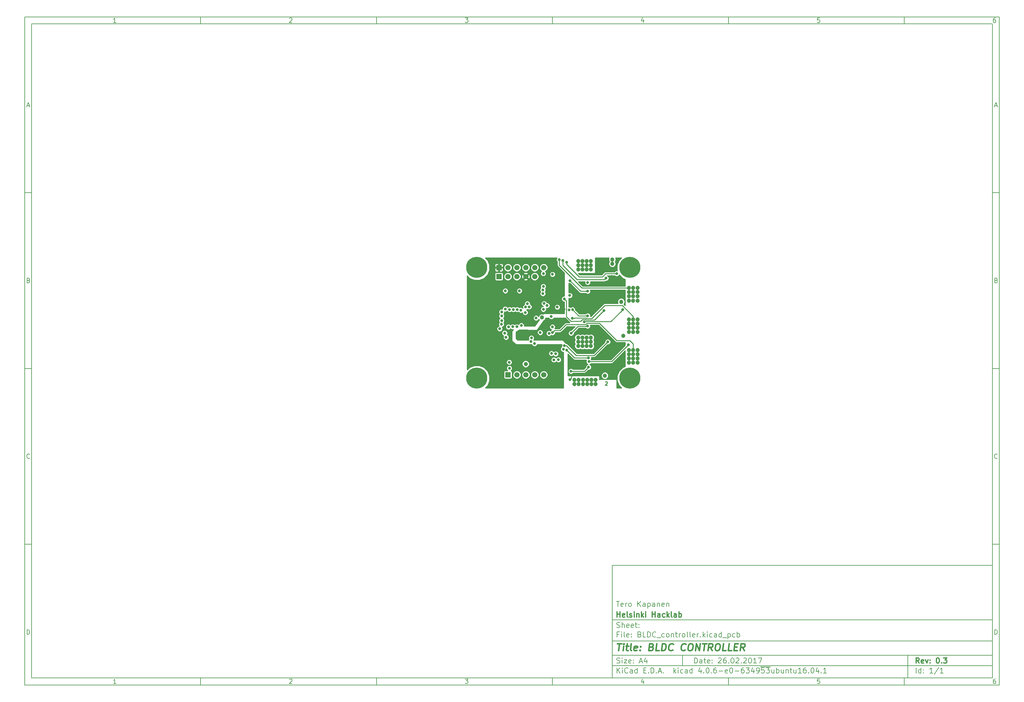
<source format=gbr>
G04 #@! TF.FileFunction,Copper,L2,Inr,Plane*
%FSLAX46Y46*%
G04 Gerber Fmt 4.6, Leading zero omitted, Abs format (unit mm)*
G04 Created by KiCad (PCBNEW 4.0.6-e0-6349~53~ubuntu16.04.1) date Sun Mar  5 22:35:24 2017*
%MOMM*%
%LPD*%
G01*
G04 APERTURE LIST*
%ADD10C,0.100000*%
%ADD11C,0.150000*%
%ADD12C,0.300000*%
%ADD13C,0.400000*%
%ADD14C,0.250000*%
%ADD15C,0.800000*%
%ADD16C,1.200000*%
%ADD17C,6.000000*%
%ADD18R,1.500000X1.500000*%
%ADD19C,1.500000*%
%ADD20C,0.254000*%
G04 APERTURE END LIST*
D10*
D11*
X177002200Y-166007200D02*
X177002200Y-198007200D01*
X285002200Y-198007200D01*
X285002200Y-166007200D01*
X177002200Y-166007200D01*
D10*
D11*
X10000000Y-10000000D02*
X10000000Y-200007200D01*
X287002200Y-200007200D01*
X287002200Y-10000000D01*
X10000000Y-10000000D01*
D10*
D11*
X12000000Y-12000000D02*
X12000000Y-198007200D01*
X285002200Y-198007200D01*
X285002200Y-12000000D01*
X12000000Y-12000000D01*
D10*
D11*
X60000000Y-12000000D02*
X60000000Y-10000000D01*
D10*
D11*
X110000000Y-12000000D02*
X110000000Y-10000000D01*
D10*
D11*
X160000000Y-12000000D02*
X160000000Y-10000000D01*
D10*
D11*
X210000000Y-12000000D02*
X210000000Y-10000000D01*
D10*
D11*
X260000000Y-12000000D02*
X260000000Y-10000000D01*
D10*
D11*
X35990476Y-11588095D02*
X35247619Y-11588095D01*
X35619048Y-11588095D02*
X35619048Y-10288095D01*
X35495238Y-10473810D01*
X35371429Y-10597619D01*
X35247619Y-10659524D01*
D10*
D11*
X85247619Y-10411905D02*
X85309524Y-10350000D01*
X85433333Y-10288095D01*
X85742857Y-10288095D01*
X85866667Y-10350000D01*
X85928571Y-10411905D01*
X85990476Y-10535714D01*
X85990476Y-10659524D01*
X85928571Y-10845238D01*
X85185714Y-11588095D01*
X85990476Y-11588095D01*
D10*
D11*
X135185714Y-10288095D02*
X135990476Y-10288095D01*
X135557143Y-10783333D01*
X135742857Y-10783333D01*
X135866667Y-10845238D01*
X135928571Y-10907143D01*
X135990476Y-11030952D01*
X135990476Y-11340476D01*
X135928571Y-11464286D01*
X135866667Y-11526190D01*
X135742857Y-11588095D01*
X135371429Y-11588095D01*
X135247619Y-11526190D01*
X135185714Y-11464286D01*
D10*
D11*
X185866667Y-10721429D02*
X185866667Y-11588095D01*
X185557143Y-10226190D02*
X185247619Y-11154762D01*
X186052381Y-11154762D01*
D10*
D11*
X235928571Y-10288095D02*
X235309524Y-10288095D01*
X235247619Y-10907143D01*
X235309524Y-10845238D01*
X235433333Y-10783333D01*
X235742857Y-10783333D01*
X235866667Y-10845238D01*
X235928571Y-10907143D01*
X235990476Y-11030952D01*
X235990476Y-11340476D01*
X235928571Y-11464286D01*
X235866667Y-11526190D01*
X235742857Y-11588095D01*
X235433333Y-11588095D01*
X235309524Y-11526190D01*
X235247619Y-11464286D01*
D10*
D11*
X285866667Y-10288095D02*
X285619048Y-10288095D01*
X285495238Y-10350000D01*
X285433333Y-10411905D01*
X285309524Y-10597619D01*
X285247619Y-10845238D01*
X285247619Y-11340476D01*
X285309524Y-11464286D01*
X285371429Y-11526190D01*
X285495238Y-11588095D01*
X285742857Y-11588095D01*
X285866667Y-11526190D01*
X285928571Y-11464286D01*
X285990476Y-11340476D01*
X285990476Y-11030952D01*
X285928571Y-10907143D01*
X285866667Y-10845238D01*
X285742857Y-10783333D01*
X285495238Y-10783333D01*
X285371429Y-10845238D01*
X285309524Y-10907143D01*
X285247619Y-11030952D01*
D10*
D11*
X60000000Y-198007200D02*
X60000000Y-200007200D01*
D10*
D11*
X110000000Y-198007200D02*
X110000000Y-200007200D01*
D10*
D11*
X160000000Y-198007200D02*
X160000000Y-200007200D01*
D10*
D11*
X210000000Y-198007200D02*
X210000000Y-200007200D01*
D10*
D11*
X260000000Y-198007200D02*
X260000000Y-200007200D01*
D10*
D11*
X35990476Y-199595295D02*
X35247619Y-199595295D01*
X35619048Y-199595295D02*
X35619048Y-198295295D01*
X35495238Y-198481010D01*
X35371429Y-198604819D01*
X35247619Y-198666724D01*
D10*
D11*
X85247619Y-198419105D02*
X85309524Y-198357200D01*
X85433333Y-198295295D01*
X85742857Y-198295295D01*
X85866667Y-198357200D01*
X85928571Y-198419105D01*
X85990476Y-198542914D01*
X85990476Y-198666724D01*
X85928571Y-198852438D01*
X85185714Y-199595295D01*
X85990476Y-199595295D01*
D10*
D11*
X135185714Y-198295295D02*
X135990476Y-198295295D01*
X135557143Y-198790533D01*
X135742857Y-198790533D01*
X135866667Y-198852438D01*
X135928571Y-198914343D01*
X135990476Y-199038152D01*
X135990476Y-199347676D01*
X135928571Y-199471486D01*
X135866667Y-199533390D01*
X135742857Y-199595295D01*
X135371429Y-199595295D01*
X135247619Y-199533390D01*
X135185714Y-199471486D01*
D10*
D11*
X185866667Y-198728629D02*
X185866667Y-199595295D01*
X185557143Y-198233390D02*
X185247619Y-199161962D01*
X186052381Y-199161962D01*
D10*
D11*
X235928571Y-198295295D02*
X235309524Y-198295295D01*
X235247619Y-198914343D01*
X235309524Y-198852438D01*
X235433333Y-198790533D01*
X235742857Y-198790533D01*
X235866667Y-198852438D01*
X235928571Y-198914343D01*
X235990476Y-199038152D01*
X235990476Y-199347676D01*
X235928571Y-199471486D01*
X235866667Y-199533390D01*
X235742857Y-199595295D01*
X235433333Y-199595295D01*
X235309524Y-199533390D01*
X235247619Y-199471486D01*
D10*
D11*
X285866667Y-198295295D02*
X285619048Y-198295295D01*
X285495238Y-198357200D01*
X285433333Y-198419105D01*
X285309524Y-198604819D01*
X285247619Y-198852438D01*
X285247619Y-199347676D01*
X285309524Y-199471486D01*
X285371429Y-199533390D01*
X285495238Y-199595295D01*
X285742857Y-199595295D01*
X285866667Y-199533390D01*
X285928571Y-199471486D01*
X285990476Y-199347676D01*
X285990476Y-199038152D01*
X285928571Y-198914343D01*
X285866667Y-198852438D01*
X285742857Y-198790533D01*
X285495238Y-198790533D01*
X285371429Y-198852438D01*
X285309524Y-198914343D01*
X285247619Y-199038152D01*
D10*
D11*
X10000000Y-60000000D02*
X12000000Y-60000000D01*
D10*
D11*
X10000000Y-110000000D02*
X12000000Y-110000000D01*
D10*
D11*
X10000000Y-160000000D02*
X12000000Y-160000000D01*
D10*
D11*
X10690476Y-35216667D02*
X11309524Y-35216667D01*
X10566667Y-35588095D02*
X11000000Y-34288095D01*
X11433333Y-35588095D01*
D10*
D11*
X11092857Y-84907143D02*
X11278571Y-84969048D01*
X11340476Y-85030952D01*
X11402381Y-85154762D01*
X11402381Y-85340476D01*
X11340476Y-85464286D01*
X11278571Y-85526190D01*
X11154762Y-85588095D01*
X10659524Y-85588095D01*
X10659524Y-84288095D01*
X11092857Y-84288095D01*
X11216667Y-84350000D01*
X11278571Y-84411905D01*
X11340476Y-84535714D01*
X11340476Y-84659524D01*
X11278571Y-84783333D01*
X11216667Y-84845238D01*
X11092857Y-84907143D01*
X10659524Y-84907143D01*
D10*
D11*
X11402381Y-135464286D02*
X11340476Y-135526190D01*
X11154762Y-135588095D01*
X11030952Y-135588095D01*
X10845238Y-135526190D01*
X10721429Y-135402381D01*
X10659524Y-135278571D01*
X10597619Y-135030952D01*
X10597619Y-134845238D01*
X10659524Y-134597619D01*
X10721429Y-134473810D01*
X10845238Y-134350000D01*
X11030952Y-134288095D01*
X11154762Y-134288095D01*
X11340476Y-134350000D01*
X11402381Y-134411905D01*
D10*
D11*
X10659524Y-185588095D02*
X10659524Y-184288095D01*
X10969048Y-184288095D01*
X11154762Y-184350000D01*
X11278571Y-184473810D01*
X11340476Y-184597619D01*
X11402381Y-184845238D01*
X11402381Y-185030952D01*
X11340476Y-185278571D01*
X11278571Y-185402381D01*
X11154762Y-185526190D01*
X10969048Y-185588095D01*
X10659524Y-185588095D01*
D10*
D11*
X287002200Y-60000000D02*
X285002200Y-60000000D01*
D10*
D11*
X287002200Y-110000000D02*
X285002200Y-110000000D01*
D10*
D11*
X287002200Y-160000000D02*
X285002200Y-160000000D01*
D10*
D11*
X285692676Y-35216667D02*
X286311724Y-35216667D01*
X285568867Y-35588095D02*
X286002200Y-34288095D01*
X286435533Y-35588095D01*
D10*
D11*
X286095057Y-84907143D02*
X286280771Y-84969048D01*
X286342676Y-85030952D01*
X286404581Y-85154762D01*
X286404581Y-85340476D01*
X286342676Y-85464286D01*
X286280771Y-85526190D01*
X286156962Y-85588095D01*
X285661724Y-85588095D01*
X285661724Y-84288095D01*
X286095057Y-84288095D01*
X286218867Y-84350000D01*
X286280771Y-84411905D01*
X286342676Y-84535714D01*
X286342676Y-84659524D01*
X286280771Y-84783333D01*
X286218867Y-84845238D01*
X286095057Y-84907143D01*
X285661724Y-84907143D01*
D10*
D11*
X286404581Y-135464286D02*
X286342676Y-135526190D01*
X286156962Y-135588095D01*
X286033152Y-135588095D01*
X285847438Y-135526190D01*
X285723629Y-135402381D01*
X285661724Y-135278571D01*
X285599819Y-135030952D01*
X285599819Y-134845238D01*
X285661724Y-134597619D01*
X285723629Y-134473810D01*
X285847438Y-134350000D01*
X286033152Y-134288095D01*
X286156962Y-134288095D01*
X286342676Y-134350000D01*
X286404581Y-134411905D01*
D10*
D11*
X285661724Y-185588095D02*
X285661724Y-184288095D01*
X285971248Y-184288095D01*
X286156962Y-184350000D01*
X286280771Y-184473810D01*
X286342676Y-184597619D01*
X286404581Y-184845238D01*
X286404581Y-185030952D01*
X286342676Y-185278571D01*
X286280771Y-185402381D01*
X286156962Y-185526190D01*
X285971248Y-185588095D01*
X285661724Y-185588095D01*
D10*
D11*
X200359343Y-193785771D02*
X200359343Y-192285771D01*
X200716486Y-192285771D01*
X200930771Y-192357200D01*
X201073629Y-192500057D01*
X201145057Y-192642914D01*
X201216486Y-192928629D01*
X201216486Y-193142914D01*
X201145057Y-193428629D01*
X201073629Y-193571486D01*
X200930771Y-193714343D01*
X200716486Y-193785771D01*
X200359343Y-193785771D01*
X202502200Y-193785771D02*
X202502200Y-193000057D01*
X202430771Y-192857200D01*
X202287914Y-192785771D01*
X202002200Y-192785771D01*
X201859343Y-192857200D01*
X202502200Y-193714343D02*
X202359343Y-193785771D01*
X202002200Y-193785771D01*
X201859343Y-193714343D01*
X201787914Y-193571486D01*
X201787914Y-193428629D01*
X201859343Y-193285771D01*
X202002200Y-193214343D01*
X202359343Y-193214343D01*
X202502200Y-193142914D01*
X203002200Y-192785771D02*
X203573629Y-192785771D01*
X203216486Y-192285771D02*
X203216486Y-193571486D01*
X203287914Y-193714343D01*
X203430772Y-193785771D01*
X203573629Y-193785771D01*
X204645057Y-193714343D02*
X204502200Y-193785771D01*
X204216486Y-193785771D01*
X204073629Y-193714343D01*
X204002200Y-193571486D01*
X204002200Y-193000057D01*
X204073629Y-192857200D01*
X204216486Y-192785771D01*
X204502200Y-192785771D01*
X204645057Y-192857200D01*
X204716486Y-193000057D01*
X204716486Y-193142914D01*
X204002200Y-193285771D01*
X205359343Y-193642914D02*
X205430771Y-193714343D01*
X205359343Y-193785771D01*
X205287914Y-193714343D01*
X205359343Y-193642914D01*
X205359343Y-193785771D01*
X205359343Y-192857200D02*
X205430771Y-192928629D01*
X205359343Y-193000057D01*
X205287914Y-192928629D01*
X205359343Y-192857200D01*
X205359343Y-193000057D01*
X207145057Y-192428629D02*
X207216486Y-192357200D01*
X207359343Y-192285771D01*
X207716486Y-192285771D01*
X207859343Y-192357200D01*
X207930772Y-192428629D01*
X208002200Y-192571486D01*
X208002200Y-192714343D01*
X207930772Y-192928629D01*
X207073629Y-193785771D01*
X208002200Y-193785771D01*
X209287914Y-192285771D02*
X209002200Y-192285771D01*
X208859343Y-192357200D01*
X208787914Y-192428629D01*
X208645057Y-192642914D01*
X208573628Y-192928629D01*
X208573628Y-193500057D01*
X208645057Y-193642914D01*
X208716485Y-193714343D01*
X208859343Y-193785771D01*
X209145057Y-193785771D01*
X209287914Y-193714343D01*
X209359343Y-193642914D01*
X209430771Y-193500057D01*
X209430771Y-193142914D01*
X209359343Y-193000057D01*
X209287914Y-192928629D01*
X209145057Y-192857200D01*
X208859343Y-192857200D01*
X208716485Y-192928629D01*
X208645057Y-193000057D01*
X208573628Y-193142914D01*
X210073628Y-193642914D02*
X210145056Y-193714343D01*
X210073628Y-193785771D01*
X210002199Y-193714343D01*
X210073628Y-193642914D01*
X210073628Y-193785771D01*
X211073628Y-192285771D02*
X211216485Y-192285771D01*
X211359342Y-192357200D01*
X211430771Y-192428629D01*
X211502200Y-192571486D01*
X211573628Y-192857200D01*
X211573628Y-193214343D01*
X211502200Y-193500057D01*
X211430771Y-193642914D01*
X211359342Y-193714343D01*
X211216485Y-193785771D01*
X211073628Y-193785771D01*
X210930771Y-193714343D01*
X210859342Y-193642914D01*
X210787914Y-193500057D01*
X210716485Y-193214343D01*
X210716485Y-192857200D01*
X210787914Y-192571486D01*
X210859342Y-192428629D01*
X210930771Y-192357200D01*
X211073628Y-192285771D01*
X212145056Y-192428629D02*
X212216485Y-192357200D01*
X212359342Y-192285771D01*
X212716485Y-192285771D01*
X212859342Y-192357200D01*
X212930771Y-192428629D01*
X213002199Y-192571486D01*
X213002199Y-192714343D01*
X212930771Y-192928629D01*
X212073628Y-193785771D01*
X213002199Y-193785771D01*
X213645056Y-193642914D02*
X213716484Y-193714343D01*
X213645056Y-193785771D01*
X213573627Y-193714343D01*
X213645056Y-193642914D01*
X213645056Y-193785771D01*
X214287913Y-192428629D02*
X214359342Y-192357200D01*
X214502199Y-192285771D01*
X214859342Y-192285771D01*
X215002199Y-192357200D01*
X215073628Y-192428629D01*
X215145056Y-192571486D01*
X215145056Y-192714343D01*
X215073628Y-192928629D01*
X214216485Y-193785771D01*
X215145056Y-193785771D01*
X216073627Y-192285771D02*
X216216484Y-192285771D01*
X216359341Y-192357200D01*
X216430770Y-192428629D01*
X216502199Y-192571486D01*
X216573627Y-192857200D01*
X216573627Y-193214343D01*
X216502199Y-193500057D01*
X216430770Y-193642914D01*
X216359341Y-193714343D01*
X216216484Y-193785771D01*
X216073627Y-193785771D01*
X215930770Y-193714343D01*
X215859341Y-193642914D01*
X215787913Y-193500057D01*
X215716484Y-193214343D01*
X215716484Y-192857200D01*
X215787913Y-192571486D01*
X215859341Y-192428629D01*
X215930770Y-192357200D01*
X216073627Y-192285771D01*
X218002198Y-193785771D02*
X217145055Y-193785771D01*
X217573627Y-193785771D02*
X217573627Y-192285771D01*
X217430770Y-192500057D01*
X217287912Y-192642914D01*
X217145055Y-192714343D01*
X218502198Y-192285771D02*
X219502198Y-192285771D01*
X218859341Y-193785771D01*
D10*
D11*
X177002200Y-194507200D02*
X285002200Y-194507200D01*
D10*
D11*
X178359343Y-196585771D02*
X178359343Y-195085771D01*
X179216486Y-196585771D02*
X178573629Y-195728629D01*
X179216486Y-195085771D02*
X178359343Y-195942914D01*
X179859343Y-196585771D02*
X179859343Y-195585771D01*
X179859343Y-195085771D02*
X179787914Y-195157200D01*
X179859343Y-195228629D01*
X179930771Y-195157200D01*
X179859343Y-195085771D01*
X179859343Y-195228629D01*
X181430772Y-196442914D02*
X181359343Y-196514343D01*
X181145057Y-196585771D01*
X181002200Y-196585771D01*
X180787915Y-196514343D01*
X180645057Y-196371486D01*
X180573629Y-196228629D01*
X180502200Y-195942914D01*
X180502200Y-195728629D01*
X180573629Y-195442914D01*
X180645057Y-195300057D01*
X180787915Y-195157200D01*
X181002200Y-195085771D01*
X181145057Y-195085771D01*
X181359343Y-195157200D01*
X181430772Y-195228629D01*
X182716486Y-196585771D02*
X182716486Y-195800057D01*
X182645057Y-195657200D01*
X182502200Y-195585771D01*
X182216486Y-195585771D01*
X182073629Y-195657200D01*
X182716486Y-196514343D02*
X182573629Y-196585771D01*
X182216486Y-196585771D01*
X182073629Y-196514343D01*
X182002200Y-196371486D01*
X182002200Y-196228629D01*
X182073629Y-196085771D01*
X182216486Y-196014343D01*
X182573629Y-196014343D01*
X182716486Y-195942914D01*
X184073629Y-196585771D02*
X184073629Y-195085771D01*
X184073629Y-196514343D02*
X183930772Y-196585771D01*
X183645058Y-196585771D01*
X183502200Y-196514343D01*
X183430772Y-196442914D01*
X183359343Y-196300057D01*
X183359343Y-195871486D01*
X183430772Y-195728629D01*
X183502200Y-195657200D01*
X183645058Y-195585771D01*
X183930772Y-195585771D01*
X184073629Y-195657200D01*
X185930772Y-195800057D02*
X186430772Y-195800057D01*
X186645058Y-196585771D02*
X185930772Y-196585771D01*
X185930772Y-195085771D01*
X186645058Y-195085771D01*
X187287915Y-196442914D02*
X187359343Y-196514343D01*
X187287915Y-196585771D01*
X187216486Y-196514343D01*
X187287915Y-196442914D01*
X187287915Y-196585771D01*
X188002201Y-196585771D02*
X188002201Y-195085771D01*
X188359344Y-195085771D01*
X188573629Y-195157200D01*
X188716487Y-195300057D01*
X188787915Y-195442914D01*
X188859344Y-195728629D01*
X188859344Y-195942914D01*
X188787915Y-196228629D01*
X188716487Y-196371486D01*
X188573629Y-196514343D01*
X188359344Y-196585771D01*
X188002201Y-196585771D01*
X189502201Y-196442914D02*
X189573629Y-196514343D01*
X189502201Y-196585771D01*
X189430772Y-196514343D01*
X189502201Y-196442914D01*
X189502201Y-196585771D01*
X190145058Y-196157200D02*
X190859344Y-196157200D01*
X190002201Y-196585771D02*
X190502201Y-195085771D01*
X191002201Y-196585771D01*
X191502201Y-196442914D02*
X191573629Y-196514343D01*
X191502201Y-196585771D01*
X191430772Y-196514343D01*
X191502201Y-196442914D01*
X191502201Y-196585771D01*
X194502201Y-196585771D02*
X194502201Y-195085771D01*
X194645058Y-196014343D02*
X195073629Y-196585771D01*
X195073629Y-195585771D02*
X194502201Y-196157200D01*
X195716487Y-196585771D02*
X195716487Y-195585771D01*
X195716487Y-195085771D02*
X195645058Y-195157200D01*
X195716487Y-195228629D01*
X195787915Y-195157200D01*
X195716487Y-195085771D01*
X195716487Y-195228629D01*
X197073630Y-196514343D02*
X196930773Y-196585771D01*
X196645059Y-196585771D01*
X196502201Y-196514343D01*
X196430773Y-196442914D01*
X196359344Y-196300057D01*
X196359344Y-195871486D01*
X196430773Y-195728629D01*
X196502201Y-195657200D01*
X196645059Y-195585771D01*
X196930773Y-195585771D01*
X197073630Y-195657200D01*
X198359344Y-196585771D02*
X198359344Y-195800057D01*
X198287915Y-195657200D01*
X198145058Y-195585771D01*
X197859344Y-195585771D01*
X197716487Y-195657200D01*
X198359344Y-196514343D02*
X198216487Y-196585771D01*
X197859344Y-196585771D01*
X197716487Y-196514343D01*
X197645058Y-196371486D01*
X197645058Y-196228629D01*
X197716487Y-196085771D01*
X197859344Y-196014343D01*
X198216487Y-196014343D01*
X198359344Y-195942914D01*
X199716487Y-196585771D02*
X199716487Y-195085771D01*
X199716487Y-196514343D02*
X199573630Y-196585771D01*
X199287916Y-196585771D01*
X199145058Y-196514343D01*
X199073630Y-196442914D01*
X199002201Y-196300057D01*
X199002201Y-195871486D01*
X199073630Y-195728629D01*
X199145058Y-195657200D01*
X199287916Y-195585771D01*
X199573630Y-195585771D01*
X199716487Y-195657200D01*
X202216487Y-195585771D02*
X202216487Y-196585771D01*
X201859344Y-195014343D02*
X201502201Y-196085771D01*
X202430773Y-196085771D01*
X203002201Y-196442914D02*
X203073629Y-196514343D01*
X203002201Y-196585771D01*
X202930772Y-196514343D01*
X203002201Y-196442914D01*
X203002201Y-196585771D01*
X204002201Y-195085771D02*
X204145058Y-195085771D01*
X204287915Y-195157200D01*
X204359344Y-195228629D01*
X204430773Y-195371486D01*
X204502201Y-195657200D01*
X204502201Y-196014343D01*
X204430773Y-196300057D01*
X204359344Y-196442914D01*
X204287915Y-196514343D01*
X204145058Y-196585771D01*
X204002201Y-196585771D01*
X203859344Y-196514343D01*
X203787915Y-196442914D01*
X203716487Y-196300057D01*
X203645058Y-196014343D01*
X203645058Y-195657200D01*
X203716487Y-195371486D01*
X203787915Y-195228629D01*
X203859344Y-195157200D01*
X204002201Y-195085771D01*
X205145058Y-196442914D02*
X205216486Y-196514343D01*
X205145058Y-196585771D01*
X205073629Y-196514343D01*
X205145058Y-196442914D01*
X205145058Y-196585771D01*
X206502201Y-195085771D02*
X206216487Y-195085771D01*
X206073630Y-195157200D01*
X206002201Y-195228629D01*
X205859344Y-195442914D01*
X205787915Y-195728629D01*
X205787915Y-196300057D01*
X205859344Y-196442914D01*
X205930772Y-196514343D01*
X206073630Y-196585771D01*
X206359344Y-196585771D01*
X206502201Y-196514343D01*
X206573630Y-196442914D01*
X206645058Y-196300057D01*
X206645058Y-195942914D01*
X206573630Y-195800057D01*
X206502201Y-195728629D01*
X206359344Y-195657200D01*
X206073630Y-195657200D01*
X205930772Y-195728629D01*
X205859344Y-195800057D01*
X205787915Y-195942914D01*
X207287915Y-196014343D02*
X208430772Y-196014343D01*
X209716486Y-196514343D02*
X209573629Y-196585771D01*
X209287915Y-196585771D01*
X209145058Y-196514343D01*
X209073629Y-196371486D01*
X209073629Y-195800057D01*
X209145058Y-195657200D01*
X209287915Y-195585771D01*
X209573629Y-195585771D01*
X209716486Y-195657200D01*
X209787915Y-195800057D01*
X209787915Y-195942914D01*
X209073629Y-196085771D01*
X210716486Y-195085771D02*
X210859343Y-195085771D01*
X211002200Y-195157200D01*
X211073629Y-195228629D01*
X211145058Y-195371486D01*
X211216486Y-195657200D01*
X211216486Y-196014343D01*
X211145058Y-196300057D01*
X211073629Y-196442914D01*
X211002200Y-196514343D01*
X210859343Y-196585771D01*
X210716486Y-196585771D01*
X210573629Y-196514343D01*
X210502200Y-196442914D01*
X210430772Y-196300057D01*
X210359343Y-196014343D01*
X210359343Y-195657200D01*
X210430772Y-195371486D01*
X210502200Y-195228629D01*
X210573629Y-195157200D01*
X210716486Y-195085771D01*
X211859343Y-196014343D02*
X213002200Y-196014343D01*
X214359343Y-195085771D02*
X214073629Y-195085771D01*
X213930772Y-195157200D01*
X213859343Y-195228629D01*
X213716486Y-195442914D01*
X213645057Y-195728629D01*
X213645057Y-196300057D01*
X213716486Y-196442914D01*
X213787914Y-196514343D01*
X213930772Y-196585771D01*
X214216486Y-196585771D01*
X214359343Y-196514343D01*
X214430772Y-196442914D01*
X214502200Y-196300057D01*
X214502200Y-195942914D01*
X214430772Y-195800057D01*
X214359343Y-195728629D01*
X214216486Y-195657200D01*
X213930772Y-195657200D01*
X213787914Y-195728629D01*
X213716486Y-195800057D01*
X213645057Y-195942914D01*
X215002200Y-195085771D02*
X215930771Y-195085771D01*
X215430771Y-195657200D01*
X215645057Y-195657200D01*
X215787914Y-195728629D01*
X215859343Y-195800057D01*
X215930771Y-195942914D01*
X215930771Y-196300057D01*
X215859343Y-196442914D01*
X215787914Y-196514343D01*
X215645057Y-196585771D01*
X215216485Y-196585771D01*
X215073628Y-196514343D01*
X215002200Y-196442914D01*
X217216485Y-195585771D02*
X217216485Y-196585771D01*
X216859342Y-195014343D02*
X216502199Y-196085771D01*
X217430771Y-196085771D01*
X218073627Y-196585771D02*
X218359342Y-196585771D01*
X218502199Y-196514343D01*
X218573627Y-196442914D01*
X218716485Y-196228629D01*
X218787913Y-195942914D01*
X218787913Y-195371486D01*
X218716485Y-195228629D01*
X218645056Y-195157200D01*
X218502199Y-195085771D01*
X218216485Y-195085771D01*
X218073627Y-195157200D01*
X218002199Y-195228629D01*
X217930770Y-195371486D01*
X217930770Y-195728629D01*
X218002199Y-195871486D01*
X218073627Y-195942914D01*
X218216485Y-196014343D01*
X218502199Y-196014343D01*
X218645056Y-195942914D01*
X218716485Y-195871486D01*
X218787913Y-195728629D01*
X220145056Y-195085771D02*
X219430770Y-195085771D01*
X219359341Y-195800057D01*
X219430770Y-195728629D01*
X219573627Y-195657200D01*
X219930770Y-195657200D01*
X220073627Y-195728629D01*
X220145056Y-195800057D01*
X220216484Y-195942914D01*
X220216484Y-196300057D01*
X220145056Y-196442914D01*
X220073627Y-196514343D01*
X219930770Y-196585771D01*
X219573627Y-196585771D01*
X219430770Y-196514343D01*
X219359341Y-196442914D01*
X220716484Y-195085771D02*
X221645055Y-195085771D01*
X221145055Y-195657200D01*
X221359341Y-195657200D01*
X221502198Y-195728629D01*
X221573627Y-195800057D01*
X221645055Y-195942914D01*
X221645055Y-196300057D01*
X221573627Y-196442914D01*
X221502198Y-196514343D01*
X221359341Y-196585771D01*
X220930769Y-196585771D01*
X220787912Y-196514343D01*
X220716484Y-196442914D01*
X219073627Y-194827200D02*
X221930769Y-194827200D01*
X222930769Y-195585771D02*
X222930769Y-196585771D01*
X222287912Y-195585771D02*
X222287912Y-196371486D01*
X222359340Y-196514343D01*
X222502198Y-196585771D01*
X222716483Y-196585771D01*
X222859340Y-196514343D01*
X222930769Y-196442914D01*
X223645055Y-196585771D02*
X223645055Y-195085771D01*
X223645055Y-195657200D02*
X223787912Y-195585771D01*
X224073626Y-195585771D01*
X224216483Y-195657200D01*
X224287912Y-195728629D01*
X224359341Y-195871486D01*
X224359341Y-196300057D01*
X224287912Y-196442914D01*
X224216483Y-196514343D01*
X224073626Y-196585771D01*
X223787912Y-196585771D01*
X223645055Y-196514343D01*
X225645055Y-195585771D02*
X225645055Y-196585771D01*
X225002198Y-195585771D02*
X225002198Y-196371486D01*
X225073626Y-196514343D01*
X225216484Y-196585771D01*
X225430769Y-196585771D01*
X225573626Y-196514343D01*
X225645055Y-196442914D01*
X226359341Y-195585771D02*
X226359341Y-196585771D01*
X226359341Y-195728629D02*
X226430769Y-195657200D01*
X226573627Y-195585771D01*
X226787912Y-195585771D01*
X226930769Y-195657200D01*
X227002198Y-195800057D01*
X227002198Y-196585771D01*
X227502198Y-195585771D02*
X228073627Y-195585771D01*
X227716484Y-195085771D02*
X227716484Y-196371486D01*
X227787912Y-196514343D01*
X227930770Y-196585771D01*
X228073627Y-196585771D01*
X229216484Y-195585771D02*
X229216484Y-196585771D01*
X228573627Y-195585771D02*
X228573627Y-196371486D01*
X228645055Y-196514343D01*
X228787913Y-196585771D01*
X229002198Y-196585771D01*
X229145055Y-196514343D01*
X229216484Y-196442914D01*
X230716484Y-196585771D02*
X229859341Y-196585771D01*
X230287913Y-196585771D02*
X230287913Y-195085771D01*
X230145056Y-195300057D01*
X230002198Y-195442914D01*
X229859341Y-195514343D01*
X232002198Y-195085771D02*
X231716484Y-195085771D01*
X231573627Y-195157200D01*
X231502198Y-195228629D01*
X231359341Y-195442914D01*
X231287912Y-195728629D01*
X231287912Y-196300057D01*
X231359341Y-196442914D01*
X231430769Y-196514343D01*
X231573627Y-196585771D01*
X231859341Y-196585771D01*
X232002198Y-196514343D01*
X232073627Y-196442914D01*
X232145055Y-196300057D01*
X232145055Y-195942914D01*
X232073627Y-195800057D01*
X232002198Y-195728629D01*
X231859341Y-195657200D01*
X231573627Y-195657200D01*
X231430769Y-195728629D01*
X231359341Y-195800057D01*
X231287912Y-195942914D01*
X232787912Y-196442914D02*
X232859340Y-196514343D01*
X232787912Y-196585771D01*
X232716483Y-196514343D01*
X232787912Y-196442914D01*
X232787912Y-196585771D01*
X233787912Y-195085771D02*
X233930769Y-195085771D01*
X234073626Y-195157200D01*
X234145055Y-195228629D01*
X234216484Y-195371486D01*
X234287912Y-195657200D01*
X234287912Y-196014343D01*
X234216484Y-196300057D01*
X234145055Y-196442914D01*
X234073626Y-196514343D01*
X233930769Y-196585771D01*
X233787912Y-196585771D01*
X233645055Y-196514343D01*
X233573626Y-196442914D01*
X233502198Y-196300057D01*
X233430769Y-196014343D01*
X233430769Y-195657200D01*
X233502198Y-195371486D01*
X233573626Y-195228629D01*
X233645055Y-195157200D01*
X233787912Y-195085771D01*
X235573626Y-195585771D02*
X235573626Y-196585771D01*
X235216483Y-195014343D02*
X234859340Y-196085771D01*
X235787912Y-196085771D01*
X236359340Y-196442914D02*
X236430768Y-196514343D01*
X236359340Y-196585771D01*
X236287911Y-196514343D01*
X236359340Y-196442914D01*
X236359340Y-196585771D01*
X237859340Y-196585771D02*
X237002197Y-196585771D01*
X237430769Y-196585771D02*
X237430769Y-195085771D01*
X237287912Y-195300057D01*
X237145054Y-195442914D01*
X237002197Y-195514343D01*
D10*
D11*
X177002200Y-191507200D02*
X285002200Y-191507200D01*
D10*
D12*
X264216486Y-193785771D02*
X263716486Y-193071486D01*
X263359343Y-193785771D02*
X263359343Y-192285771D01*
X263930771Y-192285771D01*
X264073629Y-192357200D01*
X264145057Y-192428629D01*
X264216486Y-192571486D01*
X264216486Y-192785771D01*
X264145057Y-192928629D01*
X264073629Y-193000057D01*
X263930771Y-193071486D01*
X263359343Y-193071486D01*
X265430771Y-193714343D02*
X265287914Y-193785771D01*
X265002200Y-193785771D01*
X264859343Y-193714343D01*
X264787914Y-193571486D01*
X264787914Y-193000057D01*
X264859343Y-192857200D01*
X265002200Y-192785771D01*
X265287914Y-192785771D01*
X265430771Y-192857200D01*
X265502200Y-193000057D01*
X265502200Y-193142914D01*
X264787914Y-193285771D01*
X266002200Y-192785771D02*
X266359343Y-193785771D01*
X266716485Y-192785771D01*
X267287914Y-193642914D02*
X267359342Y-193714343D01*
X267287914Y-193785771D01*
X267216485Y-193714343D01*
X267287914Y-193642914D01*
X267287914Y-193785771D01*
X267287914Y-192857200D02*
X267359342Y-192928629D01*
X267287914Y-193000057D01*
X267216485Y-192928629D01*
X267287914Y-192857200D01*
X267287914Y-193000057D01*
X269430771Y-192285771D02*
X269573628Y-192285771D01*
X269716485Y-192357200D01*
X269787914Y-192428629D01*
X269859343Y-192571486D01*
X269930771Y-192857200D01*
X269930771Y-193214343D01*
X269859343Y-193500057D01*
X269787914Y-193642914D01*
X269716485Y-193714343D01*
X269573628Y-193785771D01*
X269430771Y-193785771D01*
X269287914Y-193714343D01*
X269216485Y-193642914D01*
X269145057Y-193500057D01*
X269073628Y-193214343D01*
X269073628Y-192857200D01*
X269145057Y-192571486D01*
X269216485Y-192428629D01*
X269287914Y-192357200D01*
X269430771Y-192285771D01*
X270573628Y-193642914D02*
X270645056Y-193714343D01*
X270573628Y-193785771D01*
X270502199Y-193714343D01*
X270573628Y-193642914D01*
X270573628Y-193785771D01*
X271145057Y-192285771D02*
X272073628Y-192285771D01*
X271573628Y-192857200D01*
X271787914Y-192857200D01*
X271930771Y-192928629D01*
X272002200Y-193000057D01*
X272073628Y-193142914D01*
X272073628Y-193500057D01*
X272002200Y-193642914D01*
X271930771Y-193714343D01*
X271787914Y-193785771D01*
X271359342Y-193785771D01*
X271216485Y-193714343D01*
X271145057Y-193642914D01*
D10*
D11*
X178287914Y-193714343D02*
X178502200Y-193785771D01*
X178859343Y-193785771D01*
X179002200Y-193714343D01*
X179073629Y-193642914D01*
X179145057Y-193500057D01*
X179145057Y-193357200D01*
X179073629Y-193214343D01*
X179002200Y-193142914D01*
X178859343Y-193071486D01*
X178573629Y-193000057D01*
X178430771Y-192928629D01*
X178359343Y-192857200D01*
X178287914Y-192714343D01*
X178287914Y-192571486D01*
X178359343Y-192428629D01*
X178430771Y-192357200D01*
X178573629Y-192285771D01*
X178930771Y-192285771D01*
X179145057Y-192357200D01*
X179787914Y-193785771D02*
X179787914Y-192785771D01*
X179787914Y-192285771D02*
X179716485Y-192357200D01*
X179787914Y-192428629D01*
X179859342Y-192357200D01*
X179787914Y-192285771D01*
X179787914Y-192428629D01*
X180359343Y-192785771D02*
X181145057Y-192785771D01*
X180359343Y-193785771D01*
X181145057Y-193785771D01*
X182287914Y-193714343D02*
X182145057Y-193785771D01*
X181859343Y-193785771D01*
X181716486Y-193714343D01*
X181645057Y-193571486D01*
X181645057Y-193000057D01*
X181716486Y-192857200D01*
X181859343Y-192785771D01*
X182145057Y-192785771D01*
X182287914Y-192857200D01*
X182359343Y-193000057D01*
X182359343Y-193142914D01*
X181645057Y-193285771D01*
X183002200Y-193642914D02*
X183073628Y-193714343D01*
X183002200Y-193785771D01*
X182930771Y-193714343D01*
X183002200Y-193642914D01*
X183002200Y-193785771D01*
X183002200Y-192857200D02*
X183073628Y-192928629D01*
X183002200Y-193000057D01*
X182930771Y-192928629D01*
X183002200Y-192857200D01*
X183002200Y-193000057D01*
X184787914Y-193357200D02*
X185502200Y-193357200D01*
X184645057Y-193785771D02*
X185145057Y-192285771D01*
X185645057Y-193785771D01*
X186787914Y-192785771D02*
X186787914Y-193785771D01*
X186430771Y-192214343D02*
X186073628Y-193285771D01*
X187002200Y-193285771D01*
D10*
D11*
X263359343Y-196585771D02*
X263359343Y-195085771D01*
X264716486Y-196585771D02*
X264716486Y-195085771D01*
X264716486Y-196514343D02*
X264573629Y-196585771D01*
X264287915Y-196585771D01*
X264145057Y-196514343D01*
X264073629Y-196442914D01*
X264002200Y-196300057D01*
X264002200Y-195871486D01*
X264073629Y-195728629D01*
X264145057Y-195657200D01*
X264287915Y-195585771D01*
X264573629Y-195585771D01*
X264716486Y-195657200D01*
X265430772Y-196442914D02*
X265502200Y-196514343D01*
X265430772Y-196585771D01*
X265359343Y-196514343D01*
X265430772Y-196442914D01*
X265430772Y-196585771D01*
X265430772Y-195657200D02*
X265502200Y-195728629D01*
X265430772Y-195800057D01*
X265359343Y-195728629D01*
X265430772Y-195657200D01*
X265430772Y-195800057D01*
X268073629Y-196585771D02*
X267216486Y-196585771D01*
X267645058Y-196585771D02*
X267645058Y-195085771D01*
X267502201Y-195300057D01*
X267359343Y-195442914D01*
X267216486Y-195514343D01*
X269787914Y-195014343D02*
X268502200Y-196942914D01*
X271073629Y-196585771D02*
X270216486Y-196585771D01*
X270645058Y-196585771D02*
X270645058Y-195085771D01*
X270502201Y-195300057D01*
X270359343Y-195442914D01*
X270216486Y-195514343D01*
D10*
D11*
X177002200Y-187507200D02*
X285002200Y-187507200D01*
D10*
D13*
X178454581Y-188211962D02*
X179597438Y-188211962D01*
X178776010Y-190211962D02*
X179026010Y-188211962D01*
X180014105Y-190211962D02*
X180180771Y-188878629D01*
X180264105Y-188211962D02*
X180156962Y-188307200D01*
X180240295Y-188402438D01*
X180347439Y-188307200D01*
X180264105Y-188211962D01*
X180240295Y-188402438D01*
X180847438Y-188878629D02*
X181609343Y-188878629D01*
X181216486Y-188211962D02*
X181002200Y-189926248D01*
X181073630Y-190116724D01*
X181252201Y-190211962D01*
X181442677Y-190211962D01*
X182395058Y-190211962D02*
X182216487Y-190116724D01*
X182145057Y-189926248D01*
X182359343Y-188211962D01*
X183930772Y-190116724D02*
X183728391Y-190211962D01*
X183347439Y-190211962D01*
X183168867Y-190116724D01*
X183097438Y-189926248D01*
X183192676Y-189164343D01*
X183311724Y-188973867D01*
X183514105Y-188878629D01*
X183895057Y-188878629D01*
X184073629Y-188973867D01*
X184145057Y-189164343D01*
X184121248Y-189354819D01*
X183145057Y-189545295D01*
X184895057Y-190021486D02*
X184978392Y-190116724D01*
X184871248Y-190211962D01*
X184787915Y-190116724D01*
X184895057Y-190021486D01*
X184871248Y-190211962D01*
X185026010Y-188973867D02*
X185109344Y-189069105D01*
X185002200Y-189164343D01*
X184918867Y-189069105D01*
X185026010Y-188973867D01*
X185002200Y-189164343D01*
X188145058Y-189164343D02*
X188418867Y-189259581D01*
X188502202Y-189354819D01*
X188573630Y-189545295D01*
X188537916Y-189831010D01*
X188418868Y-190021486D01*
X188311725Y-190116724D01*
X188109344Y-190211962D01*
X187347439Y-190211962D01*
X187597439Y-188211962D01*
X188264106Y-188211962D01*
X188442677Y-188307200D01*
X188526010Y-188402438D01*
X188597440Y-188592914D01*
X188573630Y-188783390D01*
X188454582Y-188973867D01*
X188347439Y-189069105D01*
X188145058Y-189164343D01*
X187478391Y-189164343D01*
X190299820Y-190211962D02*
X189347439Y-190211962D01*
X189597439Y-188211962D01*
X190966487Y-190211962D02*
X191216487Y-188211962D01*
X191692678Y-188211962D01*
X191966487Y-188307200D01*
X192133154Y-188497676D01*
X192204583Y-188688152D01*
X192252202Y-189069105D01*
X192216488Y-189354819D01*
X192073631Y-189735771D01*
X191954582Y-189926248D01*
X191740297Y-190116724D01*
X191442678Y-190211962D01*
X190966487Y-190211962D01*
X194133154Y-190021486D02*
X194026012Y-190116724D01*
X193728392Y-190211962D01*
X193537916Y-190211962D01*
X193264107Y-190116724D01*
X193097440Y-189926248D01*
X193026011Y-189735771D01*
X192978392Y-189354819D01*
X193014106Y-189069105D01*
X193156963Y-188688152D01*
X193276012Y-188497676D01*
X193490297Y-188307200D01*
X193787916Y-188211962D01*
X193978392Y-188211962D01*
X194252202Y-188307200D01*
X194335535Y-188402438D01*
X197656964Y-190021486D02*
X197549822Y-190116724D01*
X197252202Y-190211962D01*
X197061726Y-190211962D01*
X196787917Y-190116724D01*
X196621250Y-189926248D01*
X196549821Y-189735771D01*
X196502202Y-189354819D01*
X196537916Y-189069105D01*
X196680773Y-188688152D01*
X196799822Y-188497676D01*
X197014107Y-188307200D01*
X197311726Y-188211962D01*
X197502202Y-188211962D01*
X197776012Y-188307200D01*
X197859345Y-188402438D01*
X199121250Y-188211962D02*
X199502202Y-188211962D01*
X199680773Y-188307200D01*
X199847441Y-188497676D01*
X199895059Y-188878629D01*
X199811726Y-189545295D01*
X199668869Y-189926248D01*
X199454583Y-190116724D01*
X199252202Y-190211962D01*
X198871250Y-190211962D01*
X198692679Y-190116724D01*
X198526011Y-189926248D01*
X198478392Y-189545295D01*
X198561725Y-188878629D01*
X198704583Y-188497676D01*
X198918869Y-188307200D01*
X199121250Y-188211962D01*
X200585535Y-190211962D02*
X200835535Y-188211962D01*
X201728393Y-190211962D01*
X201978393Y-188211962D01*
X202645059Y-188211962D02*
X203787916Y-188211962D01*
X202966488Y-190211962D02*
X203216488Y-188211962D01*
X205347441Y-190211962D02*
X204799821Y-189259581D01*
X204204583Y-190211962D02*
X204454583Y-188211962D01*
X205216488Y-188211962D01*
X205395059Y-188307200D01*
X205478393Y-188402438D01*
X205549822Y-188592914D01*
X205514107Y-188878629D01*
X205395060Y-189069105D01*
X205287916Y-189164343D01*
X205085535Y-189259581D01*
X204323630Y-189259581D01*
X206835536Y-188211962D02*
X207216488Y-188211962D01*
X207395059Y-188307200D01*
X207561727Y-188497676D01*
X207609345Y-188878629D01*
X207526012Y-189545295D01*
X207383155Y-189926248D01*
X207168869Y-190116724D01*
X206966488Y-190211962D01*
X206585536Y-190211962D01*
X206406965Y-190116724D01*
X206240297Y-189926248D01*
X206192678Y-189545295D01*
X206276011Y-188878629D01*
X206418869Y-188497676D01*
X206633155Y-188307200D01*
X206835536Y-188211962D01*
X209252202Y-190211962D02*
X208299821Y-190211962D01*
X208549821Y-188211962D01*
X210871250Y-190211962D02*
X209918869Y-190211962D01*
X210168869Y-188211962D01*
X211668869Y-189164343D02*
X212335536Y-189164343D01*
X212490298Y-190211962D02*
X211537917Y-190211962D01*
X211787917Y-188211962D01*
X212740298Y-188211962D01*
X214490299Y-190211962D02*
X213942679Y-189259581D01*
X213347441Y-190211962D02*
X213597441Y-188211962D01*
X214359346Y-188211962D01*
X214537917Y-188307200D01*
X214621251Y-188402438D01*
X214692680Y-188592914D01*
X214656965Y-188878629D01*
X214537918Y-189069105D01*
X214430774Y-189164343D01*
X214228393Y-189259581D01*
X213466488Y-189259581D01*
D10*
D11*
X178859343Y-185600057D02*
X178359343Y-185600057D01*
X178359343Y-186385771D02*
X178359343Y-184885771D01*
X179073629Y-184885771D01*
X179645057Y-186385771D02*
X179645057Y-185385771D01*
X179645057Y-184885771D02*
X179573628Y-184957200D01*
X179645057Y-185028629D01*
X179716485Y-184957200D01*
X179645057Y-184885771D01*
X179645057Y-185028629D01*
X180573629Y-186385771D02*
X180430771Y-186314343D01*
X180359343Y-186171486D01*
X180359343Y-184885771D01*
X181716485Y-186314343D02*
X181573628Y-186385771D01*
X181287914Y-186385771D01*
X181145057Y-186314343D01*
X181073628Y-186171486D01*
X181073628Y-185600057D01*
X181145057Y-185457200D01*
X181287914Y-185385771D01*
X181573628Y-185385771D01*
X181716485Y-185457200D01*
X181787914Y-185600057D01*
X181787914Y-185742914D01*
X181073628Y-185885771D01*
X182430771Y-186242914D02*
X182502199Y-186314343D01*
X182430771Y-186385771D01*
X182359342Y-186314343D01*
X182430771Y-186242914D01*
X182430771Y-186385771D01*
X182430771Y-185457200D02*
X182502199Y-185528629D01*
X182430771Y-185600057D01*
X182359342Y-185528629D01*
X182430771Y-185457200D01*
X182430771Y-185600057D01*
X184787914Y-185600057D02*
X185002200Y-185671486D01*
X185073628Y-185742914D01*
X185145057Y-185885771D01*
X185145057Y-186100057D01*
X185073628Y-186242914D01*
X185002200Y-186314343D01*
X184859342Y-186385771D01*
X184287914Y-186385771D01*
X184287914Y-184885771D01*
X184787914Y-184885771D01*
X184930771Y-184957200D01*
X185002200Y-185028629D01*
X185073628Y-185171486D01*
X185073628Y-185314343D01*
X185002200Y-185457200D01*
X184930771Y-185528629D01*
X184787914Y-185600057D01*
X184287914Y-185600057D01*
X186502200Y-186385771D02*
X185787914Y-186385771D01*
X185787914Y-184885771D01*
X187002200Y-186385771D02*
X187002200Y-184885771D01*
X187359343Y-184885771D01*
X187573628Y-184957200D01*
X187716486Y-185100057D01*
X187787914Y-185242914D01*
X187859343Y-185528629D01*
X187859343Y-185742914D01*
X187787914Y-186028629D01*
X187716486Y-186171486D01*
X187573628Y-186314343D01*
X187359343Y-186385771D01*
X187002200Y-186385771D01*
X189359343Y-186242914D02*
X189287914Y-186314343D01*
X189073628Y-186385771D01*
X188930771Y-186385771D01*
X188716486Y-186314343D01*
X188573628Y-186171486D01*
X188502200Y-186028629D01*
X188430771Y-185742914D01*
X188430771Y-185528629D01*
X188502200Y-185242914D01*
X188573628Y-185100057D01*
X188716486Y-184957200D01*
X188930771Y-184885771D01*
X189073628Y-184885771D01*
X189287914Y-184957200D01*
X189359343Y-185028629D01*
X189645057Y-186528629D02*
X190787914Y-186528629D01*
X191787914Y-186314343D02*
X191645057Y-186385771D01*
X191359343Y-186385771D01*
X191216485Y-186314343D01*
X191145057Y-186242914D01*
X191073628Y-186100057D01*
X191073628Y-185671486D01*
X191145057Y-185528629D01*
X191216485Y-185457200D01*
X191359343Y-185385771D01*
X191645057Y-185385771D01*
X191787914Y-185457200D01*
X192645057Y-186385771D02*
X192502199Y-186314343D01*
X192430771Y-186242914D01*
X192359342Y-186100057D01*
X192359342Y-185671486D01*
X192430771Y-185528629D01*
X192502199Y-185457200D01*
X192645057Y-185385771D01*
X192859342Y-185385771D01*
X193002199Y-185457200D01*
X193073628Y-185528629D01*
X193145057Y-185671486D01*
X193145057Y-186100057D01*
X193073628Y-186242914D01*
X193002199Y-186314343D01*
X192859342Y-186385771D01*
X192645057Y-186385771D01*
X193787914Y-185385771D02*
X193787914Y-186385771D01*
X193787914Y-185528629D02*
X193859342Y-185457200D01*
X194002200Y-185385771D01*
X194216485Y-185385771D01*
X194359342Y-185457200D01*
X194430771Y-185600057D01*
X194430771Y-186385771D01*
X194930771Y-185385771D02*
X195502200Y-185385771D01*
X195145057Y-184885771D02*
X195145057Y-186171486D01*
X195216485Y-186314343D01*
X195359343Y-186385771D01*
X195502200Y-186385771D01*
X196002200Y-186385771D02*
X196002200Y-185385771D01*
X196002200Y-185671486D02*
X196073628Y-185528629D01*
X196145057Y-185457200D01*
X196287914Y-185385771D01*
X196430771Y-185385771D01*
X197145057Y-186385771D02*
X197002199Y-186314343D01*
X196930771Y-186242914D01*
X196859342Y-186100057D01*
X196859342Y-185671486D01*
X196930771Y-185528629D01*
X197002199Y-185457200D01*
X197145057Y-185385771D01*
X197359342Y-185385771D01*
X197502199Y-185457200D01*
X197573628Y-185528629D01*
X197645057Y-185671486D01*
X197645057Y-186100057D01*
X197573628Y-186242914D01*
X197502199Y-186314343D01*
X197359342Y-186385771D01*
X197145057Y-186385771D01*
X198502200Y-186385771D02*
X198359342Y-186314343D01*
X198287914Y-186171486D01*
X198287914Y-184885771D01*
X199287914Y-186385771D02*
X199145056Y-186314343D01*
X199073628Y-186171486D01*
X199073628Y-184885771D01*
X200430770Y-186314343D02*
X200287913Y-186385771D01*
X200002199Y-186385771D01*
X199859342Y-186314343D01*
X199787913Y-186171486D01*
X199787913Y-185600057D01*
X199859342Y-185457200D01*
X200002199Y-185385771D01*
X200287913Y-185385771D01*
X200430770Y-185457200D01*
X200502199Y-185600057D01*
X200502199Y-185742914D01*
X199787913Y-185885771D01*
X201145056Y-186385771D02*
X201145056Y-185385771D01*
X201145056Y-185671486D02*
X201216484Y-185528629D01*
X201287913Y-185457200D01*
X201430770Y-185385771D01*
X201573627Y-185385771D01*
X202073627Y-186242914D02*
X202145055Y-186314343D01*
X202073627Y-186385771D01*
X202002198Y-186314343D01*
X202073627Y-186242914D01*
X202073627Y-186385771D01*
X202787913Y-186385771D02*
X202787913Y-184885771D01*
X202930770Y-185814343D02*
X203359341Y-186385771D01*
X203359341Y-185385771D02*
X202787913Y-185957200D01*
X204002199Y-186385771D02*
X204002199Y-185385771D01*
X204002199Y-184885771D02*
X203930770Y-184957200D01*
X204002199Y-185028629D01*
X204073627Y-184957200D01*
X204002199Y-184885771D01*
X204002199Y-185028629D01*
X205359342Y-186314343D02*
X205216485Y-186385771D01*
X204930771Y-186385771D01*
X204787913Y-186314343D01*
X204716485Y-186242914D01*
X204645056Y-186100057D01*
X204645056Y-185671486D01*
X204716485Y-185528629D01*
X204787913Y-185457200D01*
X204930771Y-185385771D01*
X205216485Y-185385771D01*
X205359342Y-185457200D01*
X206645056Y-186385771D02*
X206645056Y-185600057D01*
X206573627Y-185457200D01*
X206430770Y-185385771D01*
X206145056Y-185385771D01*
X206002199Y-185457200D01*
X206645056Y-186314343D02*
X206502199Y-186385771D01*
X206145056Y-186385771D01*
X206002199Y-186314343D01*
X205930770Y-186171486D01*
X205930770Y-186028629D01*
X206002199Y-185885771D01*
X206145056Y-185814343D01*
X206502199Y-185814343D01*
X206645056Y-185742914D01*
X208002199Y-186385771D02*
X208002199Y-184885771D01*
X208002199Y-186314343D02*
X207859342Y-186385771D01*
X207573628Y-186385771D01*
X207430770Y-186314343D01*
X207359342Y-186242914D01*
X207287913Y-186100057D01*
X207287913Y-185671486D01*
X207359342Y-185528629D01*
X207430770Y-185457200D01*
X207573628Y-185385771D01*
X207859342Y-185385771D01*
X208002199Y-185457200D01*
X208359342Y-186528629D02*
X209502199Y-186528629D01*
X209859342Y-185385771D02*
X209859342Y-186885771D01*
X209859342Y-185457200D02*
X210002199Y-185385771D01*
X210287913Y-185385771D01*
X210430770Y-185457200D01*
X210502199Y-185528629D01*
X210573628Y-185671486D01*
X210573628Y-186100057D01*
X210502199Y-186242914D01*
X210430770Y-186314343D01*
X210287913Y-186385771D01*
X210002199Y-186385771D01*
X209859342Y-186314343D01*
X211859342Y-186314343D02*
X211716485Y-186385771D01*
X211430771Y-186385771D01*
X211287913Y-186314343D01*
X211216485Y-186242914D01*
X211145056Y-186100057D01*
X211145056Y-185671486D01*
X211216485Y-185528629D01*
X211287913Y-185457200D01*
X211430771Y-185385771D01*
X211716485Y-185385771D01*
X211859342Y-185457200D01*
X212502199Y-186385771D02*
X212502199Y-184885771D01*
X212502199Y-185457200D02*
X212645056Y-185385771D01*
X212930770Y-185385771D01*
X213073627Y-185457200D01*
X213145056Y-185528629D01*
X213216485Y-185671486D01*
X213216485Y-186100057D01*
X213145056Y-186242914D01*
X213073627Y-186314343D01*
X212930770Y-186385771D01*
X212645056Y-186385771D01*
X212502199Y-186314343D01*
D10*
D11*
X177002200Y-181507200D02*
X285002200Y-181507200D01*
D10*
D11*
X178287914Y-183614343D02*
X178502200Y-183685771D01*
X178859343Y-183685771D01*
X179002200Y-183614343D01*
X179073629Y-183542914D01*
X179145057Y-183400057D01*
X179145057Y-183257200D01*
X179073629Y-183114343D01*
X179002200Y-183042914D01*
X178859343Y-182971486D01*
X178573629Y-182900057D01*
X178430771Y-182828629D01*
X178359343Y-182757200D01*
X178287914Y-182614343D01*
X178287914Y-182471486D01*
X178359343Y-182328629D01*
X178430771Y-182257200D01*
X178573629Y-182185771D01*
X178930771Y-182185771D01*
X179145057Y-182257200D01*
X179787914Y-183685771D02*
X179787914Y-182185771D01*
X180430771Y-183685771D02*
X180430771Y-182900057D01*
X180359342Y-182757200D01*
X180216485Y-182685771D01*
X180002200Y-182685771D01*
X179859342Y-182757200D01*
X179787914Y-182828629D01*
X181716485Y-183614343D02*
X181573628Y-183685771D01*
X181287914Y-183685771D01*
X181145057Y-183614343D01*
X181073628Y-183471486D01*
X181073628Y-182900057D01*
X181145057Y-182757200D01*
X181287914Y-182685771D01*
X181573628Y-182685771D01*
X181716485Y-182757200D01*
X181787914Y-182900057D01*
X181787914Y-183042914D01*
X181073628Y-183185771D01*
X183002199Y-183614343D02*
X182859342Y-183685771D01*
X182573628Y-183685771D01*
X182430771Y-183614343D01*
X182359342Y-183471486D01*
X182359342Y-182900057D01*
X182430771Y-182757200D01*
X182573628Y-182685771D01*
X182859342Y-182685771D01*
X183002199Y-182757200D01*
X183073628Y-182900057D01*
X183073628Y-183042914D01*
X182359342Y-183185771D01*
X183502199Y-182685771D02*
X184073628Y-182685771D01*
X183716485Y-182185771D02*
X183716485Y-183471486D01*
X183787913Y-183614343D01*
X183930771Y-183685771D01*
X184073628Y-183685771D01*
X184573628Y-183542914D02*
X184645056Y-183614343D01*
X184573628Y-183685771D01*
X184502199Y-183614343D01*
X184573628Y-183542914D01*
X184573628Y-183685771D01*
X184573628Y-182757200D02*
X184645056Y-182828629D01*
X184573628Y-182900057D01*
X184502199Y-182828629D01*
X184573628Y-182757200D01*
X184573628Y-182900057D01*
D10*
D12*
X178359343Y-180685771D02*
X178359343Y-179185771D01*
X178359343Y-179900057D02*
X179216486Y-179900057D01*
X179216486Y-180685771D02*
X179216486Y-179185771D01*
X180502200Y-180614343D02*
X180359343Y-180685771D01*
X180073629Y-180685771D01*
X179930772Y-180614343D01*
X179859343Y-180471486D01*
X179859343Y-179900057D01*
X179930772Y-179757200D01*
X180073629Y-179685771D01*
X180359343Y-179685771D01*
X180502200Y-179757200D01*
X180573629Y-179900057D01*
X180573629Y-180042914D01*
X179859343Y-180185771D01*
X181430772Y-180685771D02*
X181287914Y-180614343D01*
X181216486Y-180471486D01*
X181216486Y-179185771D01*
X181930771Y-180614343D02*
X182073628Y-180685771D01*
X182359343Y-180685771D01*
X182502200Y-180614343D01*
X182573628Y-180471486D01*
X182573628Y-180400057D01*
X182502200Y-180257200D01*
X182359343Y-180185771D01*
X182145057Y-180185771D01*
X182002200Y-180114343D01*
X181930771Y-179971486D01*
X181930771Y-179900057D01*
X182002200Y-179757200D01*
X182145057Y-179685771D01*
X182359343Y-179685771D01*
X182502200Y-179757200D01*
X183216486Y-180685771D02*
X183216486Y-179685771D01*
X183216486Y-179185771D02*
X183145057Y-179257200D01*
X183216486Y-179328629D01*
X183287914Y-179257200D01*
X183216486Y-179185771D01*
X183216486Y-179328629D01*
X183930772Y-179685771D02*
X183930772Y-180685771D01*
X183930772Y-179828629D02*
X184002200Y-179757200D01*
X184145058Y-179685771D01*
X184359343Y-179685771D01*
X184502200Y-179757200D01*
X184573629Y-179900057D01*
X184573629Y-180685771D01*
X185287915Y-180685771D02*
X185287915Y-179185771D01*
X185430772Y-180114343D02*
X185859343Y-180685771D01*
X185859343Y-179685771D02*
X185287915Y-180257200D01*
X186502201Y-180685771D02*
X186502201Y-179685771D01*
X186502201Y-179185771D02*
X186430772Y-179257200D01*
X186502201Y-179328629D01*
X186573629Y-179257200D01*
X186502201Y-179185771D01*
X186502201Y-179328629D01*
X188359344Y-180685771D02*
X188359344Y-179185771D01*
X188359344Y-179900057D02*
X189216487Y-179900057D01*
X189216487Y-180685771D02*
X189216487Y-179185771D01*
X190573630Y-180685771D02*
X190573630Y-179900057D01*
X190502201Y-179757200D01*
X190359344Y-179685771D01*
X190073630Y-179685771D01*
X189930773Y-179757200D01*
X190573630Y-180614343D02*
X190430773Y-180685771D01*
X190073630Y-180685771D01*
X189930773Y-180614343D01*
X189859344Y-180471486D01*
X189859344Y-180328629D01*
X189930773Y-180185771D01*
X190073630Y-180114343D01*
X190430773Y-180114343D01*
X190573630Y-180042914D01*
X191930773Y-180614343D02*
X191787916Y-180685771D01*
X191502202Y-180685771D01*
X191359344Y-180614343D01*
X191287916Y-180542914D01*
X191216487Y-180400057D01*
X191216487Y-179971486D01*
X191287916Y-179828629D01*
X191359344Y-179757200D01*
X191502202Y-179685771D01*
X191787916Y-179685771D01*
X191930773Y-179757200D01*
X192573630Y-180685771D02*
X192573630Y-179185771D01*
X192716487Y-180114343D02*
X193145058Y-180685771D01*
X193145058Y-179685771D02*
X192573630Y-180257200D01*
X194002202Y-180685771D02*
X193859344Y-180614343D01*
X193787916Y-180471486D01*
X193787916Y-179185771D01*
X195216487Y-180685771D02*
X195216487Y-179900057D01*
X195145058Y-179757200D01*
X195002201Y-179685771D01*
X194716487Y-179685771D01*
X194573630Y-179757200D01*
X195216487Y-180614343D02*
X195073630Y-180685771D01*
X194716487Y-180685771D01*
X194573630Y-180614343D01*
X194502201Y-180471486D01*
X194502201Y-180328629D01*
X194573630Y-180185771D01*
X194716487Y-180114343D01*
X195073630Y-180114343D01*
X195216487Y-180042914D01*
X195930773Y-180685771D02*
X195930773Y-179185771D01*
X195930773Y-179757200D02*
X196073630Y-179685771D01*
X196359344Y-179685771D01*
X196502201Y-179757200D01*
X196573630Y-179828629D01*
X196645059Y-179971486D01*
X196645059Y-180400057D01*
X196573630Y-180542914D01*
X196502201Y-180614343D01*
X196359344Y-180685771D01*
X196073630Y-180685771D01*
X195930773Y-180614343D01*
D10*
D11*
X178145057Y-176185771D02*
X179002200Y-176185771D01*
X178573629Y-177685771D02*
X178573629Y-176185771D01*
X180073628Y-177614343D02*
X179930771Y-177685771D01*
X179645057Y-177685771D01*
X179502200Y-177614343D01*
X179430771Y-177471486D01*
X179430771Y-176900057D01*
X179502200Y-176757200D01*
X179645057Y-176685771D01*
X179930771Y-176685771D01*
X180073628Y-176757200D01*
X180145057Y-176900057D01*
X180145057Y-177042914D01*
X179430771Y-177185771D01*
X180787914Y-177685771D02*
X180787914Y-176685771D01*
X180787914Y-176971486D02*
X180859342Y-176828629D01*
X180930771Y-176757200D01*
X181073628Y-176685771D01*
X181216485Y-176685771D01*
X181930771Y-177685771D02*
X181787913Y-177614343D01*
X181716485Y-177542914D01*
X181645056Y-177400057D01*
X181645056Y-176971486D01*
X181716485Y-176828629D01*
X181787913Y-176757200D01*
X181930771Y-176685771D01*
X182145056Y-176685771D01*
X182287913Y-176757200D01*
X182359342Y-176828629D01*
X182430771Y-176971486D01*
X182430771Y-177400057D01*
X182359342Y-177542914D01*
X182287913Y-177614343D01*
X182145056Y-177685771D01*
X181930771Y-177685771D01*
X184216485Y-177685771D02*
X184216485Y-176185771D01*
X185073628Y-177685771D02*
X184430771Y-176828629D01*
X185073628Y-176185771D02*
X184216485Y-177042914D01*
X186359342Y-177685771D02*
X186359342Y-176900057D01*
X186287913Y-176757200D01*
X186145056Y-176685771D01*
X185859342Y-176685771D01*
X185716485Y-176757200D01*
X186359342Y-177614343D02*
X186216485Y-177685771D01*
X185859342Y-177685771D01*
X185716485Y-177614343D01*
X185645056Y-177471486D01*
X185645056Y-177328629D01*
X185716485Y-177185771D01*
X185859342Y-177114343D01*
X186216485Y-177114343D01*
X186359342Y-177042914D01*
X187073628Y-176685771D02*
X187073628Y-178185771D01*
X187073628Y-176757200D02*
X187216485Y-176685771D01*
X187502199Y-176685771D01*
X187645056Y-176757200D01*
X187716485Y-176828629D01*
X187787914Y-176971486D01*
X187787914Y-177400057D01*
X187716485Y-177542914D01*
X187645056Y-177614343D01*
X187502199Y-177685771D01*
X187216485Y-177685771D01*
X187073628Y-177614343D01*
X189073628Y-177685771D02*
X189073628Y-176900057D01*
X189002199Y-176757200D01*
X188859342Y-176685771D01*
X188573628Y-176685771D01*
X188430771Y-176757200D01*
X189073628Y-177614343D02*
X188930771Y-177685771D01*
X188573628Y-177685771D01*
X188430771Y-177614343D01*
X188359342Y-177471486D01*
X188359342Y-177328629D01*
X188430771Y-177185771D01*
X188573628Y-177114343D01*
X188930771Y-177114343D01*
X189073628Y-177042914D01*
X189787914Y-176685771D02*
X189787914Y-177685771D01*
X189787914Y-176828629D02*
X189859342Y-176757200D01*
X190002200Y-176685771D01*
X190216485Y-176685771D01*
X190359342Y-176757200D01*
X190430771Y-176900057D01*
X190430771Y-177685771D01*
X191716485Y-177614343D02*
X191573628Y-177685771D01*
X191287914Y-177685771D01*
X191145057Y-177614343D01*
X191073628Y-177471486D01*
X191073628Y-176900057D01*
X191145057Y-176757200D01*
X191287914Y-176685771D01*
X191573628Y-176685771D01*
X191716485Y-176757200D01*
X191787914Y-176900057D01*
X191787914Y-177042914D01*
X191073628Y-177185771D01*
X192430771Y-176685771D02*
X192430771Y-177685771D01*
X192430771Y-176828629D02*
X192502199Y-176757200D01*
X192645057Y-176685771D01*
X192859342Y-176685771D01*
X193002199Y-176757200D01*
X193073628Y-176900057D01*
X193073628Y-177685771D01*
D10*
D11*
X197002200Y-191507200D02*
X197002200Y-194507200D01*
D10*
D11*
X261002200Y-191507200D02*
X261002200Y-198007200D01*
D14*
X175014286Y-113847619D02*
X175061905Y-113800000D01*
X175157143Y-113752381D01*
X175395239Y-113752381D01*
X175490477Y-113800000D01*
X175538096Y-113847619D01*
X175585715Y-113942857D01*
X175585715Y-114038095D01*
X175538096Y-114180952D01*
X174966667Y-114752381D01*
X175585715Y-114752381D01*
D15*
X151150000Y-97755000D03*
X149850000Y-98105000D03*
X148700000Y-98105000D03*
X146550000Y-93055000D03*
X147500000Y-98155000D03*
X145500000Y-97405000D03*
X145550000Y-93905000D03*
X152250000Y-94055000D03*
X151000000Y-93405000D03*
X149950000Y-93205000D03*
X148900000Y-93205000D03*
D16*
X172750000Y-102255000D03*
X180100000Y-100700000D03*
X174900000Y-112000000D03*
X174900000Y-109900000D03*
X174400000Y-100400000D03*
X173850000Y-91305000D03*
X179500000Y-91005000D03*
X176800000Y-84005000D03*
X177000000Y-79000000D03*
X177000000Y-80200000D03*
X175000000Y-80200000D03*
X175000000Y-79000000D03*
X170900000Y-81850000D03*
X169700000Y-81850000D03*
X168500000Y-81850000D03*
X167300000Y-81850000D03*
X170900000Y-80650000D03*
X169700000Y-80650000D03*
X168500000Y-80650000D03*
X167300000Y-80650000D03*
X170900000Y-79450000D03*
X169700000Y-79450000D03*
X168500000Y-79450000D03*
X169700000Y-103605000D03*
X168500000Y-103605000D03*
X167300000Y-103605000D03*
X170900000Y-103605000D03*
X169700000Y-102405000D03*
X168500000Y-102405000D03*
X167300000Y-102405000D03*
X170900000Y-102405000D03*
X169700000Y-101205000D03*
X168500000Y-101205000D03*
X167300000Y-101205000D03*
X170900000Y-101205000D03*
X184150000Y-108355000D03*
X182950000Y-108355000D03*
X181750000Y-108355000D03*
X184150000Y-107155000D03*
X182950000Y-107155000D03*
X181750000Y-107155000D03*
X184150000Y-105955000D03*
X182950000Y-105955000D03*
X181750000Y-105955000D03*
X184150000Y-104755000D03*
X182950000Y-104755000D03*
X181750000Y-104755000D03*
X184150000Y-99605000D03*
X182950000Y-99605000D03*
X181750000Y-99605000D03*
X184150000Y-98405000D03*
X182950000Y-98405000D03*
X181750000Y-98405000D03*
X184150000Y-97205000D03*
X182950000Y-97205000D03*
X181750000Y-97205000D03*
X184150000Y-96005000D03*
X182950000Y-96005000D03*
X181750000Y-96005000D03*
X184150000Y-90675000D03*
X182950000Y-90675000D03*
X181750000Y-90675000D03*
X184150000Y-89475000D03*
X182950000Y-89475000D03*
X181750000Y-89475000D03*
X184150000Y-88275000D03*
X182950000Y-88275000D03*
X181750000Y-88275000D03*
X184150000Y-87075000D03*
X182950000Y-87075000D03*
X181750000Y-87075000D03*
X157025000Y-95450000D03*
D17*
X182000000Y-81255000D03*
D16*
X172250000Y-114450000D03*
X171050000Y-114450000D03*
X169850000Y-114450000D03*
X168650000Y-114450000D03*
X167450000Y-114450000D03*
X166250000Y-114450000D03*
X172250000Y-113250000D03*
X171050000Y-113250000D03*
X169850000Y-113250000D03*
X168650000Y-113250000D03*
X167450000Y-113250000D03*
X167300000Y-79450000D03*
D17*
X138500000Y-81255000D03*
X182000000Y-112755000D03*
X138500000Y-112755000D03*
D18*
X144780000Y-83820000D03*
D19*
X147320000Y-83820000D03*
X149860000Y-83820000D03*
X152400000Y-83820000D03*
X154940000Y-83820000D03*
D18*
X144780000Y-81280000D03*
D19*
X147320000Y-81280000D03*
X149860000Y-81280000D03*
X152400000Y-81280000D03*
X154940000Y-81280000D03*
X157480000Y-81280000D03*
D18*
X147320000Y-111760000D03*
D19*
X149860000Y-111760000D03*
X152400000Y-111760000D03*
X154940000Y-111760000D03*
X157480000Y-111760000D03*
D16*
X166250000Y-113250000D03*
D15*
X147800000Y-93205000D03*
X161361268Y-92525913D03*
X165000000Y-113155000D03*
X150711603Y-99522136D03*
X150600000Y-100500000D03*
X170250000Y-109605000D03*
X169963201Y-97917119D03*
X165284254Y-99941045D03*
X163075976Y-104487519D03*
X170000000Y-85505000D03*
X164900000Y-89205000D03*
X165250000Y-110755000D03*
X156500000Y-99755000D03*
X157400000Y-82975000D03*
D16*
X152400000Y-108700000D03*
D15*
X147750000Y-109900000D03*
X147700000Y-108200000D03*
X146400000Y-99900000D03*
X146800000Y-101100000D03*
X145550000Y-96350000D03*
X145550000Y-95050000D03*
X152850000Y-91550000D03*
X153900000Y-102300000D03*
X150600000Y-87900000D03*
X146600000Y-87900000D03*
X160000000Y-99755000D03*
X165627313Y-95705014D03*
X161899998Y-79005000D03*
X163393199Y-103474992D03*
X175700004Y-102405000D03*
X174600000Y-93505000D03*
X163340955Y-90189166D03*
X162900000Y-79305000D03*
X175200000Y-84305000D03*
X170350000Y-108005000D03*
X181526249Y-103270312D03*
X178250000Y-83005000D03*
X164000000Y-79805000D03*
X168999992Y-96755000D03*
X179972175Y-93227175D03*
X152850000Y-104405000D03*
X162600000Y-105505000D03*
X158700000Y-82905000D03*
X163251516Y-93178964D03*
D16*
X143799992Y-102500000D03*
X144200000Y-111100000D03*
D15*
X150700000Y-89600000D03*
X146600000Y-89600000D03*
X159200000Y-110400000D03*
X159000000Y-100000000D03*
X164701527Y-93310470D03*
X160000000Y-83205000D03*
X170243857Y-106991177D03*
X164037340Y-104767660D03*
X170000000Y-88005000D03*
X165000000Y-85005000D03*
X170000000Y-95005000D03*
X165700000Y-93255000D03*
X160900000Y-105800000D03*
X145000000Y-98700000D03*
X160393923Y-107531396D03*
X157416068Y-93141388D03*
X154000000Y-101300000D03*
X157274808Y-87623751D03*
X154900000Y-102900000D03*
X158437346Y-92062666D03*
X157613405Y-91495969D03*
X155340616Y-95630768D03*
X161698915Y-107480021D03*
X159981218Y-98165420D03*
X157275000Y-88675000D03*
X153348647Y-92447770D03*
X152350000Y-92500000D03*
X159700000Y-105705000D03*
X159670369Y-95224666D03*
X157400000Y-86625000D03*
D14*
X165000000Y-113155000D02*
X165399999Y-112755001D01*
X165399999Y-112755001D02*
X165399999Y-111955001D01*
X169100000Y-110755000D02*
X169850001Y-110004999D01*
X165250000Y-110755000D02*
X169100000Y-110755000D01*
X169850001Y-110004999D02*
X170250000Y-109605000D01*
X169925309Y-97955011D02*
X169963201Y-97917119D01*
X167270288Y-97955011D02*
X169925309Y-97955011D01*
X165284254Y-99941045D02*
X167270288Y-97955011D01*
X160000000Y-99755000D02*
X160550000Y-99205000D01*
X160550000Y-99205000D02*
X162150000Y-99205000D01*
X162150000Y-99205000D02*
X163850000Y-97505000D01*
X163850000Y-97505000D02*
X169350000Y-97505000D01*
X169350000Y-97505000D02*
X169750000Y-97105000D01*
X169750000Y-97105000D02*
X173329999Y-97105000D01*
X173329999Y-97105000D02*
X178250000Y-102025001D01*
X178250000Y-102025001D02*
X182020001Y-102025001D01*
X182020001Y-102025001D02*
X182950000Y-102955000D01*
X182950000Y-102955000D02*
X182950000Y-104755000D01*
X182950000Y-95156472D02*
X182950000Y-96005000D01*
X169709380Y-95754967D02*
X171150033Y-95754967D01*
X174865159Y-92039841D02*
X179833369Y-92039841D01*
X166318024Y-95579988D02*
X169534401Y-95579988D01*
X169534401Y-95579988D02*
X169709380Y-95754967D01*
X166192998Y-95705014D02*
X166318024Y-95579988D01*
X171150033Y-95754967D02*
X174865159Y-92039841D01*
X179833369Y-92039841D02*
X182950000Y-95156472D01*
X165627313Y-95705014D02*
X166192998Y-95705014D01*
X161899998Y-79570685D02*
X161899998Y-79005000D01*
X168370000Y-87075000D02*
X161899998Y-80604998D01*
X161899998Y-80604998D02*
X161899998Y-79570685D01*
X181750000Y-87075000D02*
X168370000Y-87075000D01*
X175700004Y-102405000D02*
X171850004Y-106255000D01*
X171850004Y-106255000D02*
X166750000Y-106255000D01*
X166750000Y-106255000D02*
X163969992Y-103474992D01*
X163969992Y-103474992D02*
X163393199Y-103474992D01*
X163976526Y-90824737D02*
X163740954Y-90589165D01*
X163976526Y-95254528D02*
X163976526Y-90824737D01*
X169348001Y-96029999D02*
X168524967Y-96029999D01*
X165251999Y-96530001D02*
X163976526Y-95254528D01*
X163740954Y-90589165D02*
X163340955Y-90189166D01*
X174600000Y-93505000D02*
X171900022Y-96204978D01*
X171900022Y-96204978D02*
X169522980Y-96204978D01*
X168524967Y-96029999D02*
X168024965Y-96530001D01*
X169522980Y-96204978D02*
X169348001Y-96029999D01*
X168024965Y-96530001D02*
X165251999Y-96530001D01*
X162900000Y-79870685D02*
X162900000Y-79305000D01*
X162900000Y-80605000D02*
X162900000Y-79870685D01*
X166999999Y-84704999D02*
X162900000Y-80605000D01*
X174800001Y-84704999D02*
X166999999Y-84704999D01*
X175200000Y-84305000D02*
X174800001Y-84704999D01*
X176791561Y-108005000D02*
X170915685Y-108005000D01*
X181526249Y-103270312D02*
X176791561Y-108005000D01*
X170915685Y-108005000D02*
X170350000Y-108005000D01*
X175050000Y-83005000D02*
X177684315Y-83005000D01*
X167550000Y-83905000D02*
X174150000Y-83905000D01*
X174150000Y-83905000D02*
X175050000Y-83005000D01*
X166650000Y-83005000D02*
X167550000Y-83905000D01*
X166634315Y-83005000D02*
X166650000Y-83005000D01*
X164000000Y-80370685D02*
X166634315Y-83005000D01*
X164000000Y-79805000D02*
X164000000Y-80370685D01*
X177684315Y-83005000D02*
X178250000Y-83005000D01*
X179572176Y-93627174D02*
X179972175Y-93227175D01*
X176544361Y-96654989D02*
X179572176Y-93627174D01*
X168999992Y-96755000D02*
X169100003Y-96654989D01*
X169100003Y-96654989D02*
X176544361Y-96654989D01*
X179972175Y-93282825D02*
X179972175Y-93227175D01*
X179866135Y-93388865D02*
X179972175Y-93282825D01*
X166260857Y-106991177D02*
X169678172Y-106991177D01*
X169678172Y-106991177D02*
X170243857Y-106991177D01*
X164037340Y-104767660D02*
X166260857Y-106991177D01*
X168000000Y-88005000D02*
X170000000Y-88005000D01*
X165000000Y-85005000D02*
X168000000Y-88005000D01*
X169434315Y-95005000D02*
X170000000Y-95005000D01*
X167450000Y-95005000D02*
X169434315Y-95005000D01*
X165700000Y-93255000D02*
X167450000Y-95005000D01*
D20*
G36*
X180623000Y-109399546D02*
X179948154Y-109678386D01*
X178926972Y-110697787D01*
X178373631Y-112030380D01*
X178372372Y-113473290D01*
X178923386Y-114806846D01*
X179618326Y-115503000D01*
X178221792Y-115503000D01*
X178221792Y-113200000D01*
X178213107Y-113153841D01*
X178185827Y-113111447D01*
X178144202Y-113083006D01*
X178094792Y-113073000D01*
X176203191Y-113073000D01*
X176203191Y-113048000D01*
X174396810Y-113048000D01*
X174396810Y-113073000D01*
X173494792Y-113073000D01*
X173448633Y-113081685D01*
X173406239Y-113108965D01*
X173377798Y-113150590D01*
X173377000Y-113154531D01*
X173377000Y-112205000D01*
X173376674Y-112203387D01*
X173872822Y-112203387D01*
X174028844Y-112580989D01*
X174317492Y-112870140D01*
X174694821Y-113026821D01*
X175103387Y-113027178D01*
X175480989Y-112871156D01*
X175770140Y-112582508D01*
X175926821Y-112205179D01*
X175927178Y-111796613D01*
X175771156Y-111419011D01*
X175482508Y-111129860D01*
X175105179Y-110973179D01*
X174696613Y-110972822D01*
X174319011Y-111128844D01*
X174029860Y-111417492D01*
X173873179Y-111794821D01*
X173872822Y-112203387D01*
X173376674Y-112203387D01*
X173366994Y-112155590D01*
X173338553Y-112113965D01*
X173296159Y-112086685D01*
X173250000Y-112078000D01*
X164377000Y-112078000D01*
X164377000Y-105887966D01*
X165870534Y-107381500D01*
X166049615Y-107501159D01*
X166260857Y-107543177D01*
X169626359Y-107543177D01*
X169640444Y-107557287D01*
X169523144Y-107839778D01*
X169522857Y-108168779D01*
X169648495Y-108472846D01*
X169880930Y-108705688D01*
X170070438Y-108784378D01*
X169782154Y-108903495D01*
X169549312Y-109135930D01*
X169423144Y-109439778D01*
X169422959Y-109651395D01*
X168871354Y-110203000D01*
X165867498Y-110203000D01*
X165719070Y-110054312D01*
X165415222Y-109928144D01*
X165086221Y-109927857D01*
X164782154Y-110053495D01*
X164549312Y-110285930D01*
X164423144Y-110589778D01*
X164422857Y-110918779D01*
X164548495Y-111222846D01*
X164780930Y-111455688D01*
X165084778Y-111581856D01*
X165413779Y-111582143D01*
X165717846Y-111456505D01*
X165867613Y-111307000D01*
X169100000Y-111307000D01*
X169311242Y-111264982D01*
X169490323Y-111145323D01*
X170203686Y-110431960D01*
X170413779Y-110432143D01*
X170717846Y-110306505D01*
X170950688Y-110074070D01*
X171076856Y-109770222D01*
X171077143Y-109441221D01*
X170951505Y-109137154D01*
X170719070Y-108904312D01*
X170529562Y-108825622D01*
X170817846Y-108706505D01*
X170967613Y-108557000D01*
X176791561Y-108557000D01*
X177002803Y-108514982D01*
X177181884Y-108395323D01*
X180623000Y-104954207D01*
X180623000Y-109399546D01*
X180623000Y-109399546D01*
G37*
X180623000Y-109399546D02*
X179948154Y-109678386D01*
X178926972Y-110697787D01*
X178373631Y-112030380D01*
X178372372Y-113473290D01*
X178923386Y-114806846D01*
X179618326Y-115503000D01*
X178221792Y-115503000D01*
X178221792Y-113200000D01*
X178213107Y-113153841D01*
X178185827Y-113111447D01*
X178144202Y-113083006D01*
X178094792Y-113073000D01*
X176203191Y-113073000D01*
X176203191Y-113048000D01*
X174396810Y-113048000D01*
X174396810Y-113073000D01*
X173494792Y-113073000D01*
X173448633Y-113081685D01*
X173406239Y-113108965D01*
X173377798Y-113150590D01*
X173377000Y-113154531D01*
X173377000Y-112205000D01*
X173376674Y-112203387D01*
X173872822Y-112203387D01*
X174028844Y-112580989D01*
X174317492Y-112870140D01*
X174694821Y-113026821D01*
X175103387Y-113027178D01*
X175480989Y-112871156D01*
X175770140Y-112582508D01*
X175926821Y-112205179D01*
X175927178Y-111796613D01*
X175771156Y-111419011D01*
X175482508Y-111129860D01*
X175105179Y-110973179D01*
X174696613Y-110972822D01*
X174319011Y-111128844D01*
X174029860Y-111417492D01*
X173873179Y-111794821D01*
X173872822Y-112203387D01*
X173376674Y-112203387D01*
X173366994Y-112155590D01*
X173338553Y-112113965D01*
X173296159Y-112086685D01*
X173250000Y-112078000D01*
X164377000Y-112078000D01*
X164377000Y-105887966D01*
X165870534Y-107381500D01*
X166049615Y-107501159D01*
X166260857Y-107543177D01*
X169626359Y-107543177D01*
X169640444Y-107557287D01*
X169523144Y-107839778D01*
X169522857Y-108168779D01*
X169648495Y-108472846D01*
X169880930Y-108705688D01*
X170070438Y-108784378D01*
X169782154Y-108903495D01*
X169549312Y-109135930D01*
X169423144Y-109439778D01*
X169422959Y-109651395D01*
X168871354Y-110203000D01*
X165867498Y-110203000D01*
X165719070Y-110054312D01*
X165415222Y-109928144D01*
X165086221Y-109927857D01*
X164782154Y-110053495D01*
X164549312Y-110285930D01*
X164423144Y-110589778D01*
X164422857Y-110918779D01*
X164548495Y-111222846D01*
X164780930Y-111455688D01*
X165084778Y-111581856D01*
X165413779Y-111582143D01*
X165717846Y-111456505D01*
X165867613Y-111307000D01*
X169100000Y-111307000D01*
X169311242Y-111264982D01*
X169490323Y-111145323D01*
X170203686Y-110431960D01*
X170413779Y-110432143D01*
X170717846Y-110306505D01*
X170950688Y-110074070D01*
X171076856Y-109770222D01*
X171077143Y-109441221D01*
X170951505Y-109137154D01*
X170719070Y-108904312D01*
X170529562Y-108825622D01*
X170817846Y-108706505D01*
X170967613Y-108557000D01*
X176791561Y-108557000D01*
X177002803Y-108514982D01*
X177181884Y-108395323D01*
X180623000Y-104954207D01*
X180623000Y-109399546D01*
G36*
X158968864Y-95692512D02*
X159201299Y-95925354D01*
X159505147Y-96051522D01*
X159834148Y-96051809D01*
X160138215Y-95926171D01*
X160371057Y-95693736D01*
X160398768Y-95627000D01*
X163574275Y-95627000D01*
X163586203Y-95644851D01*
X164861676Y-96920324D01*
X164910579Y-96953000D01*
X163850000Y-96953000D01*
X163638758Y-96995018D01*
X163459677Y-97114677D01*
X161921354Y-98653000D01*
X160663364Y-98653000D01*
X160681906Y-98634490D01*
X160808074Y-98330642D01*
X160808361Y-98001641D01*
X160682723Y-97697574D01*
X160450288Y-97464732D01*
X160146440Y-97338564D01*
X159817439Y-97338277D01*
X159513372Y-97463915D01*
X159280530Y-97696350D01*
X159154362Y-98000198D01*
X159154075Y-98329199D01*
X159279713Y-98633266D01*
X159512148Y-98866108D01*
X159748323Y-98964176D01*
X159532154Y-99053495D01*
X159339714Y-99245599D01*
X159165222Y-99173144D01*
X158836221Y-99172857D01*
X158532154Y-99298495D01*
X158299312Y-99530930D01*
X158173144Y-99834778D01*
X158172857Y-100163779D01*
X158298495Y-100467846D01*
X158530930Y-100700688D01*
X158834778Y-100826856D01*
X159163779Y-100827143D01*
X159467846Y-100701505D01*
X159660286Y-100509401D01*
X159834778Y-100581856D01*
X160163779Y-100582143D01*
X160467846Y-100456505D01*
X160700688Y-100224070D01*
X160826856Y-99920222D01*
X160826998Y-99757000D01*
X162150000Y-99757000D01*
X162361242Y-99714982D01*
X162540323Y-99595323D01*
X164078646Y-98057000D01*
X166387653Y-98057000D01*
X165330568Y-99114085D01*
X165120475Y-99113902D01*
X164816408Y-99239540D01*
X164583566Y-99471975D01*
X164457398Y-99775823D01*
X164457111Y-100104824D01*
X164582749Y-100408891D01*
X164815184Y-100641733D01*
X165119032Y-100767901D01*
X165448033Y-100768188D01*
X165752100Y-100642550D01*
X165984942Y-100410115D01*
X166111110Y-100106267D01*
X166111295Y-99894650D01*
X167498934Y-98507011D01*
X169383529Y-98507011D01*
X169494131Y-98617807D01*
X169797979Y-98743975D01*
X170126980Y-98744262D01*
X170431047Y-98618624D01*
X170663889Y-98386189D01*
X170790057Y-98082341D01*
X170790344Y-97753340D01*
X170750537Y-97657000D01*
X173101353Y-97657000D01*
X177859677Y-102415324D01*
X178038758Y-102534983D01*
X178250000Y-102577001D01*
X180623000Y-102577001D01*
X180623000Y-103392915D01*
X176562915Y-107453000D01*
X170967498Y-107453000D01*
X170953413Y-107438890D01*
X171070713Y-107156399D01*
X171071000Y-106827398D01*
X171062572Y-106807000D01*
X171850004Y-106807000D01*
X172061246Y-106764982D01*
X172240327Y-106645323D01*
X175653690Y-103231960D01*
X175863783Y-103232143D01*
X176167850Y-103106505D01*
X176400692Y-102874070D01*
X176526860Y-102570222D01*
X176527147Y-102241221D01*
X176401509Y-101937154D01*
X176169074Y-101704312D01*
X175865226Y-101578144D01*
X175536225Y-101577857D01*
X175232158Y-101703495D01*
X174999316Y-101935930D01*
X174873148Y-102239778D01*
X174872963Y-102451395D01*
X171621358Y-105703000D01*
X166978646Y-105703000D01*
X164360315Y-103084669D01*
X164181234Y-102965010D01*
X164020782Y-102933095D01*
X163862269Y-102774304D01*
X163649978Y-102686153D01*
X162918071Y-101912709D01*
X162876843Y-101883697D01*
X162825826Y-101873000D01*
X154618382Y-101873000D01*
X154612014Y-101857589D01*
X154700688Y-101769070D01*
X154826856Y-101465222D01*
X154826905Y-101408387D01*
X166272822Y-101408387D01*
X166428844Y-101785989D01*
X166447603Y-101804780D01*
X166429860Y-101822492D01*
X166273179Y-102199821D01*
X166272822Y-102608387D01*
X166428844Y-102985989D01*
X166447603Y-103004780D01*
X166429860Y-103022492D01*
X166273179Y-103399821D01*
X166272822Y-103808387D01*
X166428844Y-104185989D01*
X166717492Y-104475140D01*
X167094821Y-104631821D01*
X167503387Y-104632178D01*
X167880989Y-104476156D01*
X167899780Y-104457397D01*
X167917492Y-104475140D01*
X168294821Y-104631821D01*
X168703387Y-104632178D01*
X169080989Y-104476156D01*
X169099780Y-104457397D01*
X169117492Y-104475140D01*
X169494821Y-104631821D01*
X169903387Y-104632178D01*
X170280989Y-104476156D01*
X170299780Y-104457397D01*
X170317492Y-104475140D01*
X170694821Y-104631821D01*
X171103387Y-104632178D01*
X171480989Y-104476156D01*
X171770140Y-104187508D01*
X171926821Y-103810179D01*
X171927178Y-103401613D01*
X171771156Y-103024011D01*
X171752397Y-103005220D01*
X171770140Y-102987508D01*
X171926821Y-102610179D01*
X171927178Y-102201613D01*
X171771156Y-101824011D01*
X171752397Y-101805220D01*
X171770140Y-101787508D01*
X171926821Y-101410179D01*
X171927178Y-101001613D01*
X171771156Y-100624011D01*
X171482508Y-100334860D01*
X171105179Y-100178179D01*
X170696613Y-100177822D01*
X170319011Y-100333844D01*
X170300220Y-100352603D01*
X170282508Y-100334860D01*
X169905179Y-100178179D01*
X169496613Y-100177822D01*
X169119011Y-100333844D01*
X169100220Y-100352603D01*
X169082508Y-100334860D01*
X168705179Y-100178179D01*
X168296613Y-100177822D01*
X167919011Y-100333844D01*
X167900220Y-100352603D01*
X167882508Y-100334860D01*
X167505179Y-100178179D01*
X167096613Y-100177822D01*
X166719011Y-100333844D01*
X166429860Y-100622492D01*
X166273179Y-100999821D01*
X166272822Y-101408387D01*
X154826905Y-101408387D01*
X154827143Y-101136221D01*
X154701505Y-100832154D01*
X154469070Y-100599312D01*
X154165222Y-100473144D01*
X153836221Y-100472857D01*
X153532154Y-100598495D01*
X153299312Y-100830930D01*
X153173144Y-101134778D01*
X153172857Y-101463779D01*
X153287986Y-101742411D01*
X153199312Y-101830930D01*
X153181843Y-101873000D01*
X151999674Y-101873000D01*
X150098959Y-101877874D01*
X149627000Y-101448820D01*
X149627000Y-99918779D01*
X155672857Y-99918779D01*
X155798495Y-100222846D01*
X156030930Y-100455688D01*
X156334778Y-100581856D01*
X156663779Y-100582143D01*
X156967846Y-100456505D01*
X157200688Y-100224070D01*
X157326856Y-99920222D01*
X157327143Y-99591221D01*
X157201505Y-99287154D01*
X156969070Y-99054312D01*
X156665222Y-98928144D01*
X156336221Y-98927857D01*
X156032154Y-99053495D01*
X155799312Y-99285930D01*
X155673144Y-99589778D01*
X155672857Y-99918779D01*
X149627000Y-99918779D01*
X149627000Y-99625746D01*
X150585005Y-99032696D01*
X155497563Y-99126977D01*
X155547156Y-99117921D01*
X155603344Y-99073817D01*
X157554265Y-96342528D01*
X157605989Y-96321156D01*
X157895140Y-96032508D01*
X158051821Y-95655179D01*
X158051829Y-95645938D01*
X158065356Y-95627000D01*
X158941795Y-95627000D01*
X158968864Y-95692512D01*
X158968864Y-95692512D01*
G37*
X158968864Y-95692512D02*
X159201299Y-95925354D01*
X159505147Y-96051522D01*
X159834148Y-96051809D01*
X160138215Y-95926171D01*
X160371057Y-95693736D01*
X160398768Y-95627000D01*
X163574275Y-95627000D01*
X163586203Y-95644851D01*
X164861676Y-96920324D01*
X164910579Y-96953000D01*
X163850000Y-96953000D01*
X163638758Y-96995018D01*
X163459677Y-97114677D01*
X161921354Y-98653000D01*
X160663364Y-98653000D01*
X160681906Y-98634490D01*
X160808074Y-98330642D01*
X160808361Y-98001641D01*
X160682723Y-97697574D01*
X160450288Y-97464732D01*
X160146440Y-97338564D01*
X159817439Y-97338277D01*
X159513372Y-97463915D01*
X159280530Y-97696350D01*
X159154362Y-98000198D01*
X159154075Y-98329199D01*
X159279713Y-98633266D01*
X159512148Y-98866108D01*
X159748323Y-98964176D01*
X159532154Y-99053495D01*
X159339714Y-99245599D01*
X159165222Y-99173144D01*
X158836221Y-99172857D01*
X158532154Y-99298495D01*
X158299312Y-99530930D01*
X158173144Y-99834778D01*
X158172857Y-100163779D01*
X158298495Y-100467846D01*
X158530930Y-100700688D01*
X158834778Y-100826856D01*
X159163779Y-100827143D01*
X159467846Y-100701505D01*
X159660286Y-100509401D01*
X159834778Y-100581856D01*
X160163779Y-100582143D01*
X160467846Y-100456505D01*
X160700688Y-100224070D01*
X160826856Y-99920222D01*
X160826998Y-99757000D01*
X162150000Y-99757000D01*
X162361242Y-99714982D01*
X162540323Y-99595323D01*
X164078646Y-98057000D01*
X166387653Y-98057000D01*
X165330568Y-99114085D01*
X165120475Y-99113902D01*
X164816408Y-99239540D01*
X164583566Y-99471975D01*
X164457398Y-99775823D01*
X164457111Y-100104824D01*
X164582749Y-100408891D01*
X164815184Y-100641733D01*
X165119032Y-100767901D01*
X165448033Y-100768188D01*
X165752100Y-100642550D01*
X165984942Y-100410115D01*
X166111110Y-100106267D01*
X166111295Y-99894650D01*
X167498934Y-98507011D01*
X169383529Y-98507011D01*
X169494131Y-98617807D01*
X169797979Y-98743975D01*
X170126980Y-98744262D01*
X170431047Y-98618624D01*
X170663889Y-98386189D01*
X170790057Y-98082341D01*
X170790344Y-97753340D01*
X170750537Y-97657000D01*
X173101353Y-97657000D01*
X177859677Y-102415324D01*
X178038758Y-102534983D01*
X178250000Y-102577001D01*
X180623000Y-102577001D01*
X180623000Y-103392915D01*
X176562915Y-107453000D01*
X170967498Y-107453000D01*
X170953413Y-107438890D01*
X171070713Y-107156399D01*
X171071000Y-106827398D01*
X171062572Y-106807000D01*
X171850004Y-106807000D01*
X172061246Y-106764982D01*
X172240327Y-106645323D01*
X175653690Y-103231960D01*
X175863783Y-103232143D01*
X176167850Y-103106505D01*
X176400692Y-102874070D01*
X176526860Y-102570222D01*
X176527147Y-102241221D01*
X176401509Y-101937154D01*
X176169074Y-101704312D01*
X175865226Y-101578144D01*
X175536225Y-101577857D01*
X175232158Y-101703495D01*
X174999316Y-101935930D01*
X174873148Y-102239778D01*
X174872963Y-102451395D01*
X171621358Y-105703000D01*
X166978646Y-105703000D01*
X164360315Y-103084669D01*
X164181234Y-102965010D01*
X164020782Y-102933095D01*
X163862269Y-102774304D01*
X163649978Y-102686153D01*
X162918071Y-101912709D01*
X162876843Y-101883697D01*
X162825826Y-101873000D01*
X154618382Y-101873000D01*
X154612014Y-101857589D01*
X154700688Y-101769070D01*
X154826856Y-101465222D01*
X154826905Y-101408387D01*
X166272822Y-101408387D01*
X166428844Y-101785989D01*
X166447603Y-101804780D01*
X166429860Y-101822492D01*
X166273179Y-102199821D01*
X166272822Y-102608387D01*
X166428844Y-102985989D01*
X166447603Y-103004780D01*
X166429860Y-103022492D01*
X166273179Y-103399821D01*
X166272822Y-103808387D01*
X166428844Y-104185989D01*
X166717492Y-104475140D01*
X167094821Y-104631821D01*
X167503387Y-104632178D01*
X167880989Y-104476156D01*
X167899780Y-104457397D01*
X167917492Y-104475140D01*
X168294821Y-104631821D01*
X168703387Y-104632178D01*
X169080989Y-104476156D01*
X169099780Y-104457397D01*
X169117492Y-104475140D01*
X169494821Y-104631821D01*
X169903387Y-104632178D01*
X170280989Y-104476156D01*
X170299780Y-104457397D01*
X170317492Y-104475140D01*
X170694821Y-104631821D01*
X171103387Y-104632178D01*
X171480989Y-104476156D01*
X171770140Y-104187508D01*
X171926821Y-103810179D01*
X171927178Y-103401613D01*
X171771156Y-103024011D01*
X171752397Y-103005220D01*
X171770140Y-102987508D01*
X171926821Y-102610179D01*
X171927178Y-102201613D01*
X171771156Y-101824011D01*
X171752397Y-101805220D01*
X171770140Y-101787508D01*
X171926821Y-101410179D01*
X171927178Y-101001613D01*
X171771156Y-100624011D01*
X171482508Y-100334860D01*
X171105179Y-100178179D01*
X170696613Y-100177822D01*
X170319011Y-100333844D01*
X170300220Y-100352603D01*
X170282508Y-100334860D01*
X169905179Y-100178179D01*
X169496613Y-100177822D01*
X169119011Y-100333844D01*
X169100220Y-100352603D01*
X169082508Y-100334860D01*
X168705179Y-100178179D01*
X168296613Y-100177822D01*
X167919011Y-100333844D01*
X167900220Y-100352603D01*
X167882508Y-100334860D01*
X167505179Y-100178179D01*
X167096613Y-100177822D01*
X166719011Y-100333844D01*
X166429860Y-100622492D01*
X166273179Y-100999821D01*
X166272822Y-101408387D01*
X154826905Y-101408387D01*
X154827143Y-101136221D01*
X154701505Y-100832154D01*
X154469070Y-100599312D01*
X154165222Y-100473144D01*
X153836221Y-100472857D01*
X153532154Y-100598495D01*
X153299312Y-100830930D01*
X153173144Y-101134778D01*
X153172857Y-101463779D01*
X153287986Y-101742411D01*
X153199312Y-101830930D01*
X153181843Y-101873000D01*
X151999674Y-101873000D01*
X150098959Y-101877874D01*
X149627000Y-101448820D01*
X149627000Y-99918779D01*
X155672857Y-99918779D01*
X155798495Y-100222846D01*
X156030930Y-100455688D01*
X156334778Y-100581856D01*
X156663779Y-100582143D01*
X156967846Y-100456505D01*
X157200688Y-100224070D01*
X157326856Y-99920222D01*
X157327143Y-99591221D01*
X157201505Y-99287154D01*
X156969070Y-99054312D01*
X156665222Y-98928144D01*
X156336221Y-98927857D01*
X156032154Y-99053495D01*
X155799312Y-99285930D01*
X155673144Y-99589778D01*
X155672857Y-99918779D01*
X149627000Y-99918779D01*
X149627000Y-99625746D01*
X150585005Y-99032696D01*
X155497563Y-99126977D01*
X155547156Y-99117921D01*
X155603344Y-99073817D01*
X157554265Y-96342528D01*
X157605989Y-96321156D01*
X157895140Y-96032508D01*
X158051821Y-95655179D01*
X158051829Y-95645938D01*
X158065356Y-95627000D01*
X158941795Y-95627000D01*
X158968864Y-95692512D01*
G36*
X164834778Y-85831856D02*
X165046395Y-85832041D01*
X167609677Y-88395323D01*
X167788758Y-88514982D01*
X168000000Y-88557000D01*
X169382502Y-88557000D01*
X169530930Y-88705688D01*
X169834778Y-88831856D01*
X170163779Y-88832143D01*
X170467846Y-88706505D01*
X170700688Y-88474070D01*
X170826856Y-88170222D01*
X170827143Y-87841221D01*
X170738629Y-87627000D01*
X180623000Y-87627000D01*
X180623000Y-92048826D01*
X180265820Y-91691646D01*
X180370140Y-91587508D01*
X180526821Y-91210179D01*
X180527178Y-90801613D01*
X180371156Y-90424011D01*
X180082508Y-90134860D01*
X179705179Y-89978179D01*
X179296613Y-89977822D01*
X178919011Y-90133844D01*
X178629860Y-90422492D01*
X178473179Y-90799821D01*
X178472822Y-91208387D01*
X178588290Y-91487841D01*
X174865159Y-91487841D01*
X174653918Y-91529859D01*
X174474836Y-91649518D01*
X170921387Y-95202967D01*
X170813259Y-95202967D01*
X170826856Y-95170222D01*
X170827143Y-94841221D01*
X170701505Y-94537154D01*
X170469070Y-94304312D01*
X170165222Y-94178144D01*
X169836221Y-94177857D01*
X169532154Y-94303495D01*
X169382387Y-94453000D01*
X167678646Y-94453000D01*
X166526960Y-93301314D01*
X166527143Y-93091221D01*
X166401505Y-92787154D01*
X166169070Y-92554312D01*
X165865222Y-92428144D01*
X165536221Y-92427857D01*
X165232154Y-92553495D01*
X165173178Y-92612368D01*
X165170597Y-92609782D01*
X164866749Y-92483614D01*
X164627000Y-92483405D01*
X164627000Y-89987103D01*
X164734778Y-90031856D01*
X165063779Y-90032143D01*
X165367846Y-89906505D01*
X165600688Y-89674070D01*
X165726856Y-89370222D01*
X165727143Y-89041221D01*
X165601505Y-88737154D01*
X165369070Y-88504312D01*
X165065222Y-88378144D01*
X164736221Y-88377857D01*
X164627000Y-88422986D01*
X164627000Y-85745580D01*
X164834778Y-85831856D01*
X164834778Y-85831856D01*
G37*
X164834778Y-85831856D02*
X165046395Y-85832041D01*
X167609677Y-88395323D01*
X167788758Y-88514982D01*
X168000000Y-88557000D01*
X169382502Y-88557000D01*
X169530930Y-88705688D01*
X169834778Y-88831856D01*
X170163779Y-88832143D01*
X170467846Y-88706505D01*
X170700688Y-88474070D01*
X170826856Y-88170222D01*
X170827143Y-87841221D01*
X170738629Y-87627000D01*
X180623000Y-87627000D01*
X180623000Y-92048826D01*
X180265820Y-91691646D01*
X180370140Y-91587508D01*
X180526821Y-91210179D01*
X180527178Y-90801613D01*
X180371156Y-90424011D01*
X180082508Y-90134860D01*
X179705179Y-89978179D01*
X179296613Y-89977822D01*
X178919011Y-90133844D01*
X178629860Y-90422492D01*
X178473179Y-90799821D01*
X178472822Y-91208387D01*
X178588290Y-91487841D01*
X174865159Y-91487841D01*
X174653918Y-91529859D01*
X174474836Y-91649518D01*
X170921387Y-95202967D01*
X170813259Y-95202967D01*
X170826856Y-95170222D01*
X170827143Y-94841221D01*
X170701505Y-94537154D01*
X170469070Y-94304312D01*
X170165222Y-94178144D01*
X169836221Y-94177857D01*
X169532154Y-94303495D01*
X169382387Y-94453000D01*
X167678646Y-94453000D01*
X166526960Y-93301314D01*
X166527143Y-93091221D01*
X166401505Y-92787154D01*
X166169070Y-92554312D01*
X165865222Y-92428144D01*
X165536221Y-92427857D01*
X165232154Y-92553495D01*
X165173178Y-92612368D01*
X165170597Y-92609782D01*
X164866749Y-92483614D01*
X164627000Y-92483405D01*
X164627000Y-89987103D01*
X164734778Y-90031856D01*
X165063779Y-90032143D01*
X165367846Y-89906505D01*
X165600688Y-89674070D01*
X165726856Y-89370222D01*
X165727143Y-89041221D01*
X165601505Y-88737154D01*
X165369070Y-88504312D01*
X165065222Y-88378144D01*
X164736221Y-88377857D01*
X164627000Y-88422986D01*
X164627000Y-85745580D01*
X164834778Y-85831856D01*
G36*
X179942787Y-84328028D02*
X180623000Y-84610477D01*
X180623000Y-86523000D01*
X168598646Y-86523000D01*
X167332645Y-85256999D01*
X169207517Y-85256999D01*
X169173144Y-85339778D01*
X169172857Y-85668779D01*
X169298495Y-85972846D01*
X169530930Y-86205688D01*
X169834778Y-86331856D01*
X170163779Y-86332143D01*
X170467846Y-86206505D01*
X170700688Y-85974070D01*
X170826856Y-85670222D01*
X170827143Y-85341221D01*
X170792343Y-85256999D01*
X174800001Y-85256999D01*
X175011243Y-85214981D01*
X175135516Y-85131944D01*
X175363779Y-85132143D01*
X175667846Y-85006505D01*
X175900688Y-84774070D01*
X176026856Y-84470222D01*
X176027143Y-84141221D01*
X175901505Y-83837154D01*
X175669070Y-83604312D01*
X175555129Y-83557000D01*
X177632502Y-83557000D01*
X177780930Y-83705688D01*
X178084778Y-83831856D01*
X178413779Y-83832143D01*
X178717846Y-83706505D01*
X178950688Y-83474070D01*
X178991707Y-83375286D01*
X179942787Y-84328028D01*
X179942787Y-84328028D01*
G37*
X179942787Y-84328028D02*
X180623000Y-84610477D01*
X180623000Y-86523000D01*
X168598646Y-86523000D01*
X167332645Y-85256999D01*
X169207517Y-85256999D01*
X169173144Y-85339778D01*
X169172857Y-85668779D01*
X169298495Y-85972846D01*
X169530930Y-86205688D01*
X169834778Y-86331856D01*
X170163779Y-86332143D01*
X170467846Y-86206505D01*
X170700688Y-85974070D01*
X170826856Y-85670222D01*
X170827143Y-85341221D01*
X170792343Y-85256999D01*
X174800001Y-85256999D01*
X175011243Y-85214981D01*
X175135516Y-85131944D01*
X175363779Y-85132143D01*
X175667846Y-85006505D01*
X175900688Y-84774070D01*
X176026856Y-84470222D01*
X176027143Y-84141221D01*
X175901505Y-83837154D01*
X175669070Y-83604312D01*
X175555129Y-83557000D01*
X177632502Y-83557000D01*
X177780930Y-83705688D01*
X178084778Y-83831856D01*
X178413779Y-83832143D01*
X178717846Y-83706505D01*
X178950688Y-83474070D01*
X178991707Y-83375286D01*
X179942787Y-84328028D01*
G36*
X175973179Y-78794821D02*
X175972822Y-79203387D01*
X176128844Y-79580989D01*
X176147603Y-79599780D01*
X176129860Y-79617492D01*
X175973179Y-79994821D01*
X175972822Y-80403387D01*
X176128844Y-80780989D01*
X176417492Y-81070140D01*
X176794821Y-81226821D01*
X177203387Y-81227178D01*
X177580989Y-81071156D01*
X177870140Y-80782508D01*
X178026821Y-80405179D01*
X178027178Y-79996613D01*
X177871156Y-79619011D01*
X177852397Y-79600220D01*
X177870140Y-79582508D01*
X178026821Y-79205179D01*
X178027178Y-78796613D01*
X177907512Y-78507000D01*
X179618966Y-78507000D01*
X178926972Y-79197787D01*
X178373631Y-80530380D01*
X178372372Y-81973290D01*
X178465672Y-82199092D01*
X178415222Y-82178144D01*
X178086221Y-82177857D01*
X177782154Y-82303495D01*
X177632387Y-82453000D01*
X175050000Y-82453000D01*
X174838758Y-82495018D01*
X174659677Y-82614677D01*
X173921354Y-83353000D01*
X167778646Y-83353000D01*
X167307646Y-82882000D01*
X172000000Y-82882000D01*
X172049410Y-82871994D01*
X172091035Y-82843553D01*
X172118315Y-82801159D01*
X172127000Y-82755000D01*
X172127000Y-78507000D01*
X176092693Y-78507000D01*
X175973179Y-78794821D01*
X175973179Y-78794821D01*
G37*
X175973179Y-78794821D02*
X175972822Y-79203387D01*
X176128844Y-79580989D01*
X176147603Y-79599780D01*
X176129860Y-79617492D01*
X175973179Y-79994821D01*
X175972822Y-80403387D01*
X176128844Y-80780989D01*
X176417492Y-81070140D01*
X176794821Y-81226821D01*
X177203387Y-81227178D01*
X177580989Y-81071156D01*
X177870140Y-80782508D01*
X178026821Y-80405179D01*
X178027178Y-79996613D01*
X177871156Y-79619011D01*
X177852397Y-79600220D01*
X177870140Y-79582508D01*
X178026821Y-79205179D01*
X178027178Y-78796613D01*
X177907512Y-78507000D01*
X179618966Y-78507000D01*
X178926972Y-79197787D01*
X178373631Y-80530380D01*
X178372372Y-81973290D01*
X178465672Y-82199092D01*
X178415222Y-82178144D01*
X178086221Y-82177857D01*
X177782154Y-82303495D01*
X177632387Y-82453000D01*
X175050000Y-82453000D01*
X174838758Y-82495018D01*
X174659677Y-82614677D01*
X173921354Y-83353000D01*
X167778646Y-83353000D01*
X167307646Y-82882000D01*
X172000000Y-82882000D01*
X172049410Y-82871994D01*
X172091035Y-82843553D01*
X172118315Y-82801159D01*
X172127000Y-82755000D01*
X172127000Y-78507000D01*
X176092693Y-78507000D01*
X175973179Y-78794821D01*
G36*
X161199310Y-78535930D02*
X161073142Y-78839778D01*
X161072855Y-79168779D01*
X161198493Y-79472846D01*
X161347998Y-79622613D01*
X161347998Y-80604998D01*
X161390016Y-80816240D01*
X161509675Y-80995321D01*
X163373000Y-82858646D01*
X163373000Y-89362194D01*
X163177176Y-89362023D01*
X162873109Y-89487661D01*
X162640267Y-89720096D01*
X162514099Y-90023944D01*
X162513812Y-90352945D01*
X162639450Y-90657012D01*
X162871885Y-90889854D01*
X163175733Y-91016022D01*
X163373000Y-91016194D01*
X163373000Y-94373000D01*
X157500000Y-94373000D01*
X157450590Y-94383006D01*
X157396656Y-94426183D01*
X157360229Y-94477181D01*
X157230179Y-94423179D01*
X156821613Y-94422822D01*
X156444011Y-94578844D01*
X156154860Y-94867492D01*
X156035105Y-95155894D01*
X155809686Y-94930080D01*
X155505838Y-94803912D01*
X155176837Y-94803625D01*
X154872770Y-94929263D01*
X154639928Y-95161698D01*
X154513760Y-95465546D01*
X154513473Y-95794547D01*
X154639111Y-96098614D01*
X154871546Y-96331456D01*
X155175394Y-96457624D01*
X155504395Y-96457911D01*
X155808462Y-96332273D01*
X156041304Y-96099838D01*
X156111972Y-95929650D01*
X156153844Y-96030989D01*
X156210108Y-96087351D01*
X154934644Y-97873000D01*
X151976897Y-97873000D01*
X151977143Y-97591221D01*
X151851505Y-97287154D01*
X151619070Y-97054312D01*
X151315222Y-96928144D01*
X150986221Y-96927857D01*
X150682154Y-97053495D01*
X150449312Y-97285930D01*
X150376336Y-97461678D01*
X150319070Y-97404312D01*
X150015222Y-97278144D01*
X149686221Y-97277857D01*
X149382154Y-97403495D01*
X149275017Y-97510445D01*
X149169070Y-97404312D01*
X148865222Y-97278144D01*
X148536221Y-97277857D01*
X148232154Y-97403495D01*
X148074973Y-97560401D01*
X147969070Y-97454312D01*
X147665222Y-97328144D01*
X147336221Y-97327857D01*
X147032154Y-97453495D01*
X146799312Y-97685930D01*
X146673144Y-97989778D01*
X146672857Y-98318779D01*
X146798495Y-98622846D01*
X147030930Y-98855688D01*
X147334778Y-98981856D01*
X147663779Y-98982143D01*
X147967846Y-98856505D01*
X148125027Y-98699599D01*
X148230930Y-98805688D01*
X148534778Y-98931856D01*
X148860723Y-98932140D01*
X148512529Y-99262925D01*
X148483598Y-99304210D01*
X148473000Y-99355000D01*
X148473000Y-102105000D01*
X148483006Y-102154410D01*
X148517349Y-102201426D01*
X149567349Y-103101426D01*
X149611376Y-103125984D01*
X149650270Y-103132000D01*
X152000270Y-103127000D01*
X153899852Y-103127000D01*
X154063779Y-103127143D01*
X154064125Y-103127000D01*
X154098980Y-103127000D01*
X154198495Y-103367846D01*
X154430930Y-103600688D01*
X154734778Y-103726856D01*
X155063779Y-103727143D01*
X155367846Y-103601505D01*
X155600688Y-103369070D01*
X155700919Y-103127686D01*
X162640304Y-103131651D01*
X162566343Y-103309770D01*
X162566056Y-103638771D01*
X162624159Y-103779391D01*
X162608130Y-103786014D01*
X162375288Y-104018449D01*
X162249120Y-104322297D01*
X162248833Y-104651298D01*
X162374471Y-104955365D01*
X162606906Y-105188207D01*
X162910754Y-105314375D01*
X163123000Y-105314560D01*
X163123000Y-115503000D01*
X140881034Y-115503000D01*
X141573028Y-114812213D01*
X142126369Y-113479620D01*
X142127628Y-112036710D01*
X141703401Y-111010000D01*
X146134635Y-111010000D01*
X146134635Y-112510000D01*
X146164409Y-112668237D01*
X146257927Y-112813567D01*
X146400619Y-112911064D01*
X146570000Y-112945365D01*
X148070000Y-112945365D01*
X148228237Y-112915591D01*
X148373567Y-112822073D01*
X148471064Y-112679381D01*
X148505365Y-112510000D01*
X148505365Y-111993093D01*
X148682796Y-111993093D01*
X148861606Y-112425846D01*
X149192412Y-112757230D01*
X149624853Y-112936795D01*
X150093093Y-112937204D01*
X150525846Y-112758394D01*
X150857230Y-112427588D01*
X151036795Y-111995147D01*
X151036796Y-111993093D01*
X151222796Y-111993093D01*
X151401606Y-112425846D01*
X151732412Y-112757230D01*
X152164853Y-112936795D01*
X152633093Y-112937204D01*
X153065846Y-112758394D01*
X153397230Y-112427588D01*
X153576795Y-111995147D01*
X153576796Y-111993093D01*
X153762796Y-111993093D01*
X153941606Y-112425846D01*
X154272412Y-112757230D01*
X154704853Y-112936795D01*
X155173093Y-112937204D01*
X155605846Y-112758394D01*
X155937230Y-112427588D01*
X156116795Y-111995147D01*
X156116796Y-111993093D01*
X156302796Y-111993093D01*
X156481606Y-112425846D01*
X156812412Y-112757230D01*
X157244853Y-112936795D01*
X157713093Y-112937204D01*
X158145846Y-112758394D01*
X158477230Y-112427588D01*
X158656795Y-111995147D01*
X158657204Y-111526907D01*
X158478394Y-111094154D01*
X158147588Y-110762770D01*
X157715147Y-110583205D01*
X157246907Y-110582796D01*
X156814154Y-110761606D01*
X156482770Y-111092412D01*
X156303205Y-111524853D01*
X156302796Y-111993093D01*
X156116796Y-111993093D01*
X156117204Y-111526907D01*
X155938394Y-111094154D01*
X155607588Y-110762770D01*
X155175147Y-110583205D01*
X154706907Y-110582796D01*
X154274154Y-110761606D01*
X153942770Y-111092412D01*
X153763205Y-111524853D01*
X153762796Y-111993093D01*
X153576796Y-111993093D01*
X153577204Y-111526907D01*
X153398394Y-111094154D01*
X153067588Y-110762770D01*
X152635147Y-110583205D01*
X152166907Y-110582796D01*
X151734154Y-110761606D01*
X151402770Y-111092412D01*
X151223205Y-111524853D01*
X151222796Y-111993093D01*
X151036796Y-111993093D01*
X151037204Y-111526907D01*
X150858394Y-111094154D01*
X150527588Y-110762770D01*
X150095147Y-110583205D01*
X149626907Y-110582796D01*
X149194154Y-110761606D01*
X148862770Y-111092412D01*
X148683205Y-111524853D01*
X148682796Y-111993093D01*
X148505365Y-111993093D01*
X148505365Y-111010000D01*
X148475591Y-110851763D01*
X148382073Y-110706433D01*
X148239381Y-110608936D01*
X148212860Y-110603565D01*
X148217846Y-110601505D01*
X148450688Y-110369070D01*
X148576856Y-110065222D01*
X148577143Y-109736221D01*
X148451505Y-109432154D01*
X148219070Y-109199312D01*
X147915222Y-109073144D01*
X147586221Y-109072857D01*
X147282154Y-109198495D01*
X147049312Y-109430930D01*
X146923144Y-109734778D01*
X146922857Y-110063779D01*
X147048495Y-110367846D01*
X147254923Y-110574635D01*
X146570000Y-110574635D01*
X146411763Y-110604409D01*
X146266433Y-110697927D01*
X146168936Y-110840619D01*
X146134635Y-111010000D01*
X141703401Y-111010000D01*
X141576614Y-110703154D01*
X140557213Y-109681972D01*
X139224620Y-109128631D01*
X137781710Y-109127372D01*
X136448154Y-109678386D01*
X135752000Y-110373326D01*
X135752000Y-108363779D01*
X146872857Y-108363779D01*
X146998495Y-108667846D01*
X147230930Y-108900688D01*
X147534778Y-109026856D01*
X147863779Y-109027143D01*
X148163291Y-108903387D01*
X151372822Y-108903387D01*
X151528844Y-109280989D01*
X151817492Y-109570140D01*
X152194821Y-109726821D01*
X152603387Y-109727178D01*
X152980989Y-109571156D01*
X153270140Y-109282508D01*
X153426821Y-108905179D01*
X153427178Y-108496613D01*
X153271156Y-108119011D01*
X152982508Y-107829860D01*
X152658152Y-107695175D01*
X159566780Y-107695175D01*
X159692418Y-107999242D01*
X159924853Y-108232084D01*
X160228701Y-108358252D01*
X160557702Y-108358539D01*
X160861769Y-108232901D01*
X161072225Y-108022813D01*
X161229845Y-108180709D01*
X161533693Y-108306877D01*
X161862694Y-108307164D01*
X162166761Y-108181526D01*
X162399603Y-107949091D01*
X162525771Y-107645243D01*
X162526058Y-107316242D01*
X162400420Y-107012175D01*
X162167985Y-106779333D01*
X161864137Y-106653165D01*
X161535136Y-106652878D01*
X161231069Y-106778516D01*
X161020613Y-106988604D01*
X160862993Y-106830708D01*
X160559145Y-106704540D01*
X160230144Y-106704253D01*
X159926077Y-106829891D01*
X159693235Y-107062326D01*
X159567067Y-107366174D01*
X159566780Y-107695175D01*
X152658152Y-107695175D01*
X152605179Y-107673179D01*
X152196613Y-107672822D01*
X151819011Y-107828844D01*
X151529860Y-108117492D01*
X151373179Y-108494821D01*
X151372822Y-108903387D01*
X148163291Y-108903387D01*
X148167846Y-108901505D01*
X148400688Y-108669070D01*
X148526856Y-108365222D01*
X148527143Y-108036221D01*
X148401505Y-107732154D01*
X148169070Y-107499312D01*
X147865222Y-107373144D01*
X147536221Y-107372857D01*
X147232154Y-107498495D01*
X146999312Y-107730930D01*
X146873144Y-108034778D01*
X146872857Y-108363779D01*
X135752000Y-108363779D01*
X135752000Y-105868779D01*
X158872857Y-105868779D01*
X158998495Y-106172846D01*
X159230930Y-106405688D01*
X159534778Y-106531856D01*
X159863779Y-106532143D01*
X160167846Y-106406505D01*
X160252527Y-106321972D01*
X160430930Y-106500688D01*
X160734778Y-106626856D01*
X161063779Y-106627143D01*
X161367846Y-106501505D01*
X161600688Y-106269070D01*
X161726856Y-105965222D01*
X161727143Y-105636221D01*
X161601505Y-105332154D01*
X161369070Y-105099312D01*
X161065222Y-104973144D01*
X160736221Y-104972857D01*
X160432154Y-105098495D01*
X160347473Y-105183028D01*
X160169070Y-105004312D01*
X159865222Y-104878144D01*
X159536221Y-104877857D01*
X159232154Y-105003495D01*
X158999312Y-105235930D01*
X158873144Y-105539778D01*
X158872857Y-105868779D01*
X135752000Y-105868779D01*
X135752000Y-100063779D01*
X145572857Y-100063779D01*
X145698495Y-100367846D01*
X145930930Y-100600688D01*
X146085260Y-100664771D01*
X145973144Y-100934778D01*
X145972857Y-101263779D01*
X146098495Y-101567846D01*
X146330930Y-101800688D01*
X146634778Y-101926856D01*
X146963779Y-101927143D01*
X147267846Y-101801505D01*
X147500688Y-101569070D01*
X147626856Y-101265222D01*
X147627143Y-100936221D01*
X147501505Y-100632154D01*
X147269070Y-100399312D01*
X147114740Y-100335229D01*
X147226856Y-100065222D01*
X147227143Y-99736221D01*
X147101505Y-99432154D01*
X146869070Y-99199312D01*
X146565222Y-99073144D01*
X146236221Y-99072857D01*
X145932154Y-99198495D01*
X145699312Y-99430930D01*
X145573144Y-99734778D01*
X145572857Y-100063779D01*
X135752000Y-100063779D01*
X135752000Y-98863779D01*
X144172857Y-98863779D01*
X144298495Y-99167846D01*
X144530930Y-99400688D01*
X144834778Y-99526856D01*
X145163779Y-99527143D01*
X145467846Y-99401505D01*
X145700688Y-99169070D01*
X145826856Y-98865222D01*
X145827143Y-98536221D01*
X145701505Y-98232154D01*
X145690480Y-98221110D01*
X145967846Y-98106505D01*
X146200688Y-97874070D01*
X146326856Y-97570222D01*
X146327143Y-97241221D01*
X146201505Y-96937154D01*
X146167012Y-96902600D01*
X146250688Y-96819070D01*
X146376856Y-96515222D01*
X146377143Y-96186221D01*
X146251505Y-95882154D01*
X146069555Y-95699886D01*
X146250688Y-95519070D01*
X146376856Y-95215222D01*
X146377143Y-94886221D01*
X146251505Y-94582154D01*
X146147055Y-94477521D01*
X146250688Y-94374070D01*
X146376856Y-94070222D01*
X146377023Y-93878636D01*
X146384778Y-93881856D01*
X146713779Y-93882143D01*
X147017846Y-93756505D01*
X147100070Y-93674424D01*
X147330930Y-93905688D01*
X147634778Y-94031856D01*
X147963779Y-94032143D01*
X148267846Y-93906505D01*
X148349939Y-93824555D01*
X148430930Y-93905688D01*
X148734778Y-94031856D01*
X149063779Y-94032143D01*
X149367846Y-93906505D01*
X149424895Y-93849555D01*
X149480930Y-93905688D01*
X149784778Y-94031856D01*
X150113779Y-94032143D01*
X150357136Y-93931590D01*
X150530930Y-94105688D01*
X150834778Y-94231856D01*
X151163779Y-94232143D01*
X151422939Y-94125060D01*
X151422857Y-94218779D01*
X151548495Y-94522846D01*
X151780930Y-94755688D01*
X152084778Y-94881856D01*
X152413779Y-94882143D01*
X152717846Y-94756505D01*
X152950688Y-94524070D01*
X153076856Y-94220222D01*
X153077143Y-93891221D01*
X152951505Y-93587154D01*
X152719070Y-93354312D01*
X152600716Y-93305167D01*
X156588925Y-93305167D01*
X156714563Y-93609234D01*
X156946998Y-93842076D01*
X157250846Y-93968244D01*
X157579847Y-93968531D01*
X157883914Y-93842893D01*
X158116756Y-93610458D01*
X158242924Y-93306610D01*
X158243211Y-92977609D01*
X158193288Y-92856787D01*
X158272124Y-92889522D01*
X158601125Y-92889809D01*
X158905192Y-92764171D01*
X158979801Y-92689692D01*
X160534125Y-92689692D01*
X160659763Y-92993759D01*
X160892198Y-93226601D01*
X161196046Y-93352769D01*
X161525047Y-93353056D01*
X161829114Y-93227418D01*
X162061956Y-92994983D01*
X162188124Y-92691135D01*
X162188411Y-92362134D01*
X162062773Y-92058067D01*
X161830338Y-91825225D01*
X161526490Y-91699057D01*
X161197489Y-91698770D01*
X160893422Y-91824408D01*
X160660580Y-92056843D01*
X160534412Y-92360691D01*
X160534125Y-92689692D01*
X158979801Y-92689692D01*
X159138034Y-92531736D01*
X159264202Y-92227888D01*
X159264489Y-91898887D01*
X159138851Y-91594820D01*
X158906416Y-91361978D01*
X158602568Y-91235810D01*
X158400652Y-91235634D01*
X158314910Y-91028123D01*
X158082475Y-90795281D01*
X157778627Y-90669113D01*
X157449626Y-90668826D01*
X157145559Y-90794464D01*
X156912717Y-91026899D01*
X156786549Y-91330747D01*
X156786262Y-91659748D01*
X156911900Y-91963815D01*
X157144335Y-92196657D01*
X157427889Y-92314398D01*
X157252289Y-92314245D01*
X156948222Y-92439883D01*
X156715380Y-92672318D01*
X156589212Y-92976166D01*
X156588925Y-93305167D01*
X152600716Y-93305167D01*
X152583882Y-93298177D01*
X152817846Y-93201505D01*
X152875289Y-93144162D01*
X152879577Y-93148458D01*
X153183425Y-93274626D01*
X153512426Y-93274913D01*
X153816493Y-93149275D01*
X154049335Y-92916840D01*
X154175503Y-92612992D01*
X154175790Y-92283991D01*
X154050152Y-91979924D01*
X153817717Y-91747082D01*
X153676879Y-91688601D01*
X153677143Y-91386221D01*
X153551505Y-91082154D01*
X153319070Y-90849312D01*
X153015222Y-90723144D01*
X152686221Y-90722857D01*
X152382154Y-90848495D01*
X152149312Y-91080930D01*
X152023144Y-91384778D01*
X152022857Y-91713779D01*
X152032238Y-91736482D01*
X151882154Y-91798495D01*
X151649312Y-92030930D01*
X151523144Y-92334778D01*
X151522857Y-92663779D01*
X151589419Y-92824872D01*
X151469070Y-92704312D01*
X151165222Y-92578144D01*
X150836221Y-92577857D01*
X150592864Y-92678410D01*
X150419070Y-92504312D01*
X150115222Y-92378144D01*
X149786221Y-92377857D01*
X149482154Y-92503495D01*
X149425105Y-92560445D01*
X149369070Y-92504312D01*
X149065222Y-92378144D01*
X148736221Y-92377857D01*
X148432154Y-92503495D01*
X148350061Y-92585445D01*
X148269070Y-92504312D01*
X147965222Y-92378144D01*
X147636221Y-92377857D01*
X147332154Y-92503495D01*
X147249930Y-92585576D01*
X147019070Y-92354312D01*
X146715222Y-92228144D01*
X146386221Y-92227857D01*
X146082154Y-92353495D01*
X145849312Y-92585930D01*
X145723144Y-92889778D01*
X145722977Y-93081364D01*
X145715222Y-93078144D01*
X145386221Y-93077857D01*
X145082154Y-93203495D01*
X144849312Y-93435930D01*
X144723144Y-93739778D01*
X144722857Y-94068779D01*
X144848495Y-94372846D01*
X144952945Y-94477479D01*
X144849312Y-94580930D01*
X144723144Y-94884778D01*
X144722857Y-95213779D01*
X144848495Y-95517846D01*
X145030445Y-95700114D01*
X144849312Y-95880930D01*
X144723144Y-96184778D01*
X144722857Y-96513779D01*
X144848495Y-96817846D01*
X144882988Y-96852400D01*
X144799312Y-96935930D01*
X144673144Y-97239778D01*
X144672857Y-97568779D01*
X144798495Y-97872846D01*
X144809520Y-97883890D01*
X144532154Y-97998495D01*
X144299312Y-98230930D01*
X144173144Y-98534778D01*
X144172857Y-98863779D01*
X135752000Y-98863779D01*
X135752000Y-88063779D01*
X145772857Y-88063779D01*
X145898495Y-88367846D01*
X146130930Y-88600688D01*
X146434778Y-88726856D01*
X146763779Y-88727143D01*
X147067846Y-88601505D01*
X147300688Y-88369070D01*
X147426856Y-88065222D01*
X147426857Y-88063779D01*
X149772857Y-88063779D01*
X149898495Y-88367846D01*
X150130930Y-88600688D01*
X150434778Y-88726856D01*
X150763779Y-88727143D01*
X151067846Y-88601505D01*
X151300688Y-88369070D01*
X151426856Y-88065222D01*
X151427098Y-87787530D01*
X156447665Y-87787530D01*
X156573303Y-88091597D01*
X156630973Y-88149368D01*
X156574312Y-88205930D01*
X156448144Y-88509778D01*
X156447857Y-88838779D01*
X156573495Y-89142846D01*
X156805930Y-89375688D01*
X157109778Y-89501856D01*
X157438779Y-89502143D01*
X157742846Y-89376505D01*
X157975688Y-89144070D01*
X158101856Y-88840222D01*
X158102143Y-88511221D01*
X157976505Y-88207154D01*
X157918835Y-88149383D01*
X157975496Y-88092821D01*
X158101664Y-87788973D01*
X158101951Y-87459972D01*
X157994544Y-87200028D01*
X158100688Y-87094070D01*
X158226856Y-86790222D01*
X158227143Y-86461221D01*
X158101505Y-86157154D01*
X157869070Y-85924312D01*
X157565222Y-85798144D01*
X157236221Y-85797857D01*
X156932154Y-85923495D01*
X156699312Y-86155930D01*
X156573144Y-86459778D01*
X156572857Y-86788779D01*
X156680264Y-87048723D01*
X156574120Y-87154681D01*
X156447952Y-87458529D01*
X156447665Y-87787530D01*
X151427098Y-87787530D01*
X151427143Y-87736221D01*
X151301505Y-87432154D01*
X151069070Y-87199312D01*
X150765222Y-87073144D01*
X150436221Y-87072857D01*
X150132154Y-87198495D01*
X149899312Y-87430930D01*
X149773144Y-87734778D01*
X149772857Y-88063779D01*
X147426857Y-88063779D01*
X147427143Y-87736221D01*
X147301505Y-87432154D01*
X147069070Y-87199312D01*
X146765222Y-87073144D01*
X146436221Y-87072857D01*
X146132154Y-87198495D01*
X145899312Y-87430930D01*
X145773144Y-87734778D01*
X145772857Y-88063779D01*
X135752000Y-88063779D01*
X135752000Y-83636034D01*
X136442787Y-84328028D01*
X137775380Y-84881369D01*
X139218290Y-84882628D01*
X140551846Y-84331614D01*
X141573028Y-83312213D01*
X141673603Y-83070000D01*
X143594635Y-83070000D01*
X143594635Y-84570000D01*
X143624409Y-84728237D01*
X143717927Y-84873567D01*
X143860619Y-84971064D01*
X144030000Y-85005365D01*
X145530000Y-85005365D01*
X145688237Y-84975591D01*
X145833567Y-84882073D01*
X145931064Y-84739381D01*
X145965365Y-84570000D01*
X145965365Y-84053093D01*
X146142796Y-84053093D01*
X146321606Y-84485846D01*
X146652412Y-84817230D01*
X147084853Y-84996795D01*
X147553093Y-84997204D01*
X147985846Y-84818394D01*
X148317230Y-84487588D01*
X148496795Y-84055147D01*
X148496796Y-84053093D01*
X148682796Y-84053093D01*
X148861606Y-84485846D01*
X149192412Y-84817230D01*
X149624853Y-84996795D01*
X150093093Y-84997204D01*
X150525846Y-84818394D01*
X150666830Y-84677655D01*
X151721950Y-84677655D01*
X151801329Y-84860065D01*
X152244916Y-85009996D01*
X152712113Y-84978761D01*
X152998671Y-84860065D01*
X153078050Y-84677655D01*
X152400000Y-83999605D01*
X151721950Y-84677655D01*
X150666830Y-84677655D01*
X150857230Y-84487588D01*
X151036795Y-84055147D01*
X151037135Y-83664916D01*
X151210004Y-83664916D01*
X151241239Y-84132113D01*
X151359935Y-84418671D01*
X151542345Y-84498050D01*
X152220395Y-83820000D01*
X152579605Y-83820000D01*
X153257655Y-84498050D01*
X153440065Y-84418671D01*
X153563629Y-84053093D01*
X153762796Y-84053093D01*
X153941606Y-84485846D01*
X154272412Y-84817230D01*
X154704853Y-84996795D01*
X155173093Y-84997204D01*
X155605846Y-84818394D01*
X155937230Y-84487588D01*
X156116795Y-84055147D01*
X156117204Y-83586907D01*
X155938394Y-83154154D01*
X155607588Y-82822770D01*
X155175147Y-82643205D01*
X154706907Y-82642796D01*
X154274154Y-82821606D01*
X153942770Y-83152412D01*
X153763205Y-83584853D01*
X153762796Y-84053093D01*
X153563629Y-84053093D01*
X153589996Y-83975084D01*
X153558761Y-83507887D01*
X153440065Y-83221329D01*
X153257655Y-83141950D01*
X152579605Y-83820000D01*
X152220395Y-83820000D01*
X151542345Y-83141950D01*
X151359935Y-83221329D01*
X151210004Y-83664916D01*
X151037135Y-83664916D01*
X151037204Y-83586907D01*
X150858394Y-83154154D01*
X150666920Y-82962345D01*
X151721950Y-82962345D01*
X152400000Y-83640395D01*
X153078050Y-82962345D01*
X152998671Y-82779935D01*
X152555084Y-82630004D01*
X152087887Y-82661239D01*
X151801329Y-82779935D01*
X151721950Y-82962345D01*
X150666920Y-82962345D01*
X150527588Y-82822770D01*
X150095147Y-82643205D01*
X149626907Y-82642796D01*
X149194154Y-82821606D01*
X148862770Y-83152412D01*
X148683205Y-83584853D01*
X148682796Y-84053093D01*
X148496796Y-84053093D01*
X148497204Y-83586907D01*
X148318394Y-83154154D01*
X147987588Y-82822770D01*
X147555147Y-82643205D01*
X147086907Y-82642796D01*
X146654154Y-82821606D01*
X146322770Y-83152412D01*
X146143205Y-83584853D01*
X146142796Y-84053093D01*
X145965365Y-84053093D01*
X145965365Y-83070000D01*
X145935591Y-82911763D01*
X145842073Y-82766433D01*
X145699381Y-82668936D01*
X145530000Y-82634635D01*
X144030000Y-82634635D01*
X143871763Y-82664409D01*
X143726433Y-82757927D01*
X143628936Y-82900619D01*
X143594635Y-83070000D01*
X141673603Y-83070000D01*
X142126369Y-81979620D01*
X142126775Y-81513750D01*
X143603000Y-81513750D01*
X143603000Y-82114936D01*
X143668007Y-82271876D01*
X143788124Y-82391993D01*
X143945065Y-82457000D01*
X144546250Y-82457000D01*
X144653000Y-82350250D01*
X144653000Y-81407000D01*
X144907000Y-81407000D01*
X144907000Y-82350250D01*
X145013750Y-82457000D01*
X145614935Y-82457000D01*
X145771876Y-82391993D01*
X145891993Y-82271876D01*
X145957000Y-82114936D01*
X145957000Y-81513750D01*
X145956343Y-81513093D01*
X146142796Y-81513093D01*
X146321606Y-81945846D01*
X146652412Y-82277230D01*
X147084853Y-82456795D01*
X147553093Y-82457204D01*
X147985846Y-82278394D01*
X148317230Y-81947588D01*
X148496795Y-81515147D01*
X148496796Y-81513093D01*
X148682796Y-81513093D01*
X148861606Y-81945846D01*
X149192412Y-82277230D01*
X149624853Y-82456795D01*
X150093093Y-82457204D01*
X150525846Y-82278394D01*
X150857230Y-81947588D01*
X151036795Y-81515147D01*
X151036796Y-81513093D01*
X151222796Y-81513093D01*
X151401606Y-81945846D01*
X151732412Y-82277230D01*
X152164853Y-82456795D01*
X152633093Y-82457204D01*
X153065846Y-82278394D01*
X153397230Y-81947588D01*
X153576795Y-81515147D01*
X153576796Y-81513093D01*
X153762796Y-81513093D01*
X153941606Y-81945846D01*
X154272412Y-82277230D01*
X154704853Y-82456795D01*
X155173093Y-82457204D01*
X155605846Y-82278394D01*
X155937230Y-81947588D01*
X156116795Y-81515147D01*
X156116796Y-81513093D01*
X156302796Y-81513093D01*
X156481606Y-81945846D01*
X156812412Y-82277230D01*
X156894335Y-82311248D01*
X156699312Y-82505930D01*
X156573144Y-82809778D01*
X156572857Y-83138779D01*
X156698495Y-83442846D01*
X156930930Y-83675688D01*
X157234778Y-83801856D01*
X157563779Y-83802143D01*
X157867846Y-83676505D01*
X158100688Y-83444070D01*
X158131951Y-83368779D01*
X159172857Y-83368779D01*
X159298495Y-83672846D01*
X159530930Y-83905688D01*
X159834778Y-84031856D01*
X160163779Y-84032143D01*
X160467846Y-83906505D01*
X160700688Y-83674070D01*
X160826856Y-83370222D01*
X160827143Y-83041221D01*
X160701505Y-82737154D01*
X160469070Y-82504312D01*
X160165222Y-82378144D01*
X159836221Y-82377857D01*
X159532154Y-82503495D01*
X159299312Y-82735930D01*
X159173144Y-83039778D01*
X159172857Y-83368779D01*
X158131951Y-83368779D01*
X158226856Y-83140222D01*
X158227143Y-82811221D01*
X158101505Y-82507154D01*
X157952779Y-82358168D01*
X158145846Y-82278394D01*
X158477230Y-81947588D01*
X158656795Y-81515147D01*
X158657204Y-81046907D01*
X158478394Y-80614154D01*
X158147588Y-80282770D01*
X157715147Y-80103205D01*
X157246907Y-80102796D01*
X156814154Y-80281606D01*
X156482770Y-80612412D01*
X156303205Y-81044853D01*
X156302796Y-81513093D01*
X156116796Y-81513093D01*
X156117204Y-81046907D01*
X155938394Y-80614154D01*
X155607588Y-80282770D01*
X155175147Y-80103205D01*
X154706907Y-80102796D01*
X154274154Y-80281606D01*
X153942770Y-80612412D01*
X153763205Y-81044853D01*
X153762796Y-81513093D01*
X153576796Y-81513093D01*
X153577204Y-81046907D01*
X153398394Y-80614154D01*
X153067588Y-80282770D01*
X152635147Y-80103205D01*
X152166907Y-80102796D01*
X151734154Y-80281606D01*
X151402770Y-80612412D01*
X151223205Y-81044853D01*
X151222796Y-81513093D01*
X151036796Y-81513093D01*
X151037204Y-81046907D01*
X150858394Y-80614154D01*
X150527588Y-80282770D01*
X150095147Y-80103205D01*
X149626907Y-80102796D01*
X149194154Y-80281606D01*
X148862770Y-80612412D01*
X148683205Y-81044853D01*
X148682796Y-81513093D01*
X148496796Y-81513093D01*
X148497204Y-81046907D01*
X148318394Y-80614154D01*
X147987588Y-80282770D01*
X147555147Y-80103205D01*
X147086907Y-80102796D01*
X146654154Y-80281606D01*
X146322770Y-80612412D01*
X146143205Y-81044853D01*
X146142796Y-81513093D01*
X145956343Y-81513093D01*
X145850250Y-81407000D01*
X144907000Y-81407000D01*
X144653000Y-81407000D01*
X143709750Y-81407000D01*
X143603000Y-81513750D01*
X142126775Y-81513750D01*
X142127628Y-80536710D01*
X142089761Y-80445064D01*
X143603000Y-80445064D01*
X143603000Y-81046250D01*
X143709750Y-81153000D01*
X144653000Y-81153000D01*
X144653000Y-80209750D01*
X144907000Y-80209750D01*
X144907000Y-81153000D01*
X145850250Y-81153000D01*
X145957000Y-81046250D01*
X145957000Y-80445064D01*
X145891993Y-80288124D01*
X145771876Y-80168007D01*
X145614935Y-80103000D01*
X145013750Y-80103000D01*
X144907000Y-80209750D01*
X144653000Y-80209750D01*
X144546250Y-80103000D01*
X143945065Y-80103000D01*
X143788124Y-80168007D01*
X143668007Y-80288124D01*
X143603000Y-80445064D01*
X142089761Y-80445064D01*
X141576614Y-79203154D01*
X140881674Y-78507000D01*
X161228291Y-78507000D01*
X161199310Y-78535930D01*
X161199310Y-78535930D01*
G37*
X161199310Y-78535930D02*
X161073142Y-78839778D01*
X161072855Y-79168779D01*
X161198493Y-79472846D01*
X161347998Y-79622613D01*
X161347998Y-80604998D01*
X161390016Y-80816240D01*
X161509675Y-80995321D01*
X163373000Y-82858646D01*
X163373000Y-89362194D01*
X163177176Y-89362023D01*
X162873109Y-89487661D01*
X162640267Y-89720096D01*
X162514099Y-90023944D01*
X162513812Y-90352945D01*
X162639450Y-90657012D01*
X162871885Y-90889854D01*
X163175733Y-91016022D01*
X163373000Y-91016194D01*
X163373000Y-94373000D01*
X157500000Y-94373000D01*
X157450590Y-94383006D01*
X157396656Y-94426183D01*
X157360229Y-94477181D01*
X157230179Y-94423179D01*
X156821613Y-94422822D01*
X156444011Y-94578844D01*
X156154860Y-94867492D01*
X156035105Y-95155894D01*
X155809686Y-94930080D01*
X155505838Y-94803912D01*
X155176837Y-94803625D01*
X154872770Y-94929263D01*
X154639928Y-95161698D01*
X154513760Y-95465546D01*
X154513473Y-95794547D01*
X154639111Y-96098614D01*
X154871546Y-96331456D01*
X155175394Y-96457624D01*
X155504395Y-96457911D01*
X155808462Y-96332273D01*
X156041304Y-96099838D01*
X156111972Y-95929650D01*
X156153844Y-96030989D01*
X156210108Y-96087351D01*
X154934644Y-97873000D01*
X151976897Y-97873000D01*
X151977143Y-97591221D01*
X151851505Y-97287154D01*
X151619070Y-97054312D01*
X151315222Y-96928144D01*
X150986221Y-96927857D01*
X150682154Y-97053495D01*
X150449312Y-97285930D01*
X150376336Y-97461678D01*
X150319070Y-97404312D01*
X150015222Y-97278144D01*
X149686221Y-97277857D01*
X149382154Y-97403495D01*
X149275017Y-97510445D01*
X149169070Y-97404312D01*
X148865222Y-97278144D01*
X148536221Y-97277857D01*
X148232154Y-97403495D01*
X148074973Y-97560401D01*
X147969070Y-97454312D01*
X147665222Y-97328144D01*
X147336221Y-97327857D01*
X147032154Y-97453495D01*
X146799312Y-97685930D01*
X146673144Y-97989778D01*
X146672857Y-98318779D01*
X146798495Y-98622846D01*
X147030930Y-98855688D01*
X147334778Y-98981856D01*
X147663779Y-98982143D01*
X147967846Y-98856505D01*
X148125027Y-98699599D01*
X148230930Y-98805688D01*
X148534778Y-98931856D01*
X148860723Y-98932140D01*
X148512529Y-99262925D01*
X148483598Y-99304210D01*
X148473000Y-99355000D01*
X148473000Y-102105000D01*
X148483006Y-102154410D01*
X148517349Y-102201426D01*
X149567349Y-103101426D01*
X149611376Y-103125984D01*
X149650270Y-103132000D01*
X152000270Y-103127000D01*
X153899852Y-103127000D01*
X154063779Y-103127143D01*
X154064125Y-103127000D01*
X154098980Y-103127000D01*
X154198495Y-103367846D01*
X154430930Y-103600688D01*
X154734778Y-103726856D01*
X155063779Y-103727143D01*
X155367846Y-103601505D01*
X155600688Y-103369070D01*
X155700919Y-103127686D01*
X162640304Y-103131651D01*
X162566343Y-103309770D01*
X162566056Y-103638771D01*
X162624159Y-103779391D01*
X162608130Y-103786014D01*
X162375288Y-104018449D01*
X162249120Y-104322297D01*
X162248833Y-104651298D01*
X162374471Y-104955365D01*
X162606906Y-105188207D01*
X162910754Y-105314375D01*
X163123000Y-105314560D01*
X163123000Y-115503000D01*
X140881034Y-115503000D01*
X141573028Y-114812213D01*
X142126369Y-113479620D01*
X142127628Y-112036710D01*
X141703401Y-111010000D01*
X146134635Y-111010000D01*
X146134635Y-112510000D01*
X146164409Y-112668237D01*
X146257927Y-112813567D01*
X146400619Y-112911064D01*
X146570000Y-112945365D01*
X148070000Y-112945365D01*
X148228237Y-112915591D01*
X148373567Y-112822073D01*
X148471064Y-112679381D01*
X148505365Y-112510000D01*
X148505365Y-111993093D01*
X148682796Y-111993093D01*
X148861606Y-112425846D01*
X149192412Y-112757230D01*
X149624853Y-112936795D01*
X150093093Y-112937204D01*
X150525846Y-112758394D01*
X150857230Y-112427588D01*
X151036795Y-111995147D01*
X151036796Y-111993093D01*
X151222796Y-111993093D01*
X151401606Y-112425846D01*
X151732412Y-112757230D01*
X152164853Y-112936795D01*
X152633093Y-112937204D01*
X153065846Y-112758394D01*
X153397230Y-112427588D01*
X153576795Y-111995147D01*
X153576796Y-111993093D01*
X153762796Y-111993093D01*
X153941606Y-112425846D01*
X154272412Y-112757230D01*
X154704853Y-112936795D01*
X155173093Y-112937204D01*
X155605846Y-112758394D01*
X155937230Y-112427588D01*
X156116795Y-111995147D01*
X156116796Y-111993093D01*
X156302796Y-111993093D01*
X156481606Y-112425846D01*
X156812412Y-112757230D01*
X157244853Y-112936795D01*
X157713093Y-112937204D01*
X158145846Y-112758394D01*
X158477230Y-112427588D01*
X158656795Y-111995147D01*
X158657204Y-111526907D01*
X158478394Y-111094154D01*
X158147588Y-110762770D01*
X157715147Y-110583205D01*
X157246907Y-110582796D01*
X156814154Y-110761606D01*
X156482770Y-111092412D01*
X156303205Y-111524853D01*
X156302796Y-111993093D01*
X156116796Y-111993093D01*
X156117204Y-111526907D01*
X155938394Y-111094154D01*
X155607588Y-110762770D01*
X155175147Y-110583205D01*
X154706907Y-110582796D01*
X154274154Y-110761606D01*
X153942770Y-111092412D01*
X153763205Y-111524853D01*
X153762796Y-111993093D01*
X153576796Y-111993093D01*
X153577204Y-111526907D01*
X153398394Y-111094154D01*
X153067588Y-110762770D01*
X152635147Y-110583205D01*
X152166907Y-110582796D01*
X151734154Y-110761606D01*
X151402770Y-111092412D01*
X151223205Y-111524853D01*
X151222796Y-111993093D01*
X151036796Y-111993093D01*
X151037204Y-111526907D01*
X150858394Y-111094154D01*
X150527588Y-110762770D01*
X150095147Y-110583205D01*
X149626907Y-110582796D01*
X149194154Y-110761606D01*
X148862770Y-111092412D01*
X148683205Y-111524853D01*
X148682796Y-111993093D01*
X148505365Y-111993093D01*
X148505365Y-111010000D01*
X148475591Y-110851763D01*
X148382073Y-110706433D01*
X148239381Y-110608936D01*
X148212860Y-110603565D01*
X148217846Y-110601505D01*
X148450688Y-110369070D01*
X148576856Y-110065222D01*
X148577143Y-109736221D01*
X148451505Y-109432154D01*
X148219070Y-109199312D01*
X147915222Y-109073144D01*
X147586221Y-109072857D01*
X147282154Y-109198495D01*
X147049312Y-109430930D01*
X146923144Y-109734778D01*
X146922857Y-110063779D01*
X147048495Y-110367846D01*
X147254923Y-110574635D01*
X146570000Y-110574635D01*
X146411763Y-110604409D01*
X146266433Y-110697927D01*
X146168936Y-110840619D01*
X146134635Y-111010000D01*
X141703401Y-111010000D01*
X141576614Y-110703154D01*
X140557213Y-109681972D01*
X139224620Y-109128631D01*
X137781710Y-109127372D01*
X136448154Y-109678386D01*
X135752000Y-110373326D01*
X135752000Y-108363779D01*
X146872857Y-108363779D01*
X146998495Y-108667846D01*
X147230930Y-108900688D01*
X147534778Y-109026856D01*
X147863779Y-109027143D01*
X148163291Y-108903387D01*
X151372822Y-108903387D01*
X151528844Y-109280989D01*
X151817492Y-109570140D01*
X152194821Y-109726821D01*
X152603387Y-109727178D01*
X152980989Y-109571156D01*
X153270140Y-109282508D01*
X153426821Y-108905179D01*
X153427178Y-108496613D01*
X153271156Y-108119011D01*
X152982508Y-107829860D01*
X152658152Y-107695175D01*
X159566780Y-107695175D01*
X159692418Y-107999242D01*
X159924853Y-108232084D01*
X160228701Y-108358252D01*
X160557702Y-108358539D01*
X160861769Y-108232901D01*
X161072225Y-108022813D01*
X161229845Y-108180709D01*
X161533693Y-108306877D01*
X161862694Y-108307164D01*
X162166761Y-108181526D01*
X162399603Y-107949091D01*
X162525771Y-107645243D01*
X162526058Y-107316242D01*
X162400420Y-107012175D01*
X162167985Y-106779333D01*
X161864137Y-106653165D01*
X161535136Y-106652878D01*
X161231069Y-106778516D01*
X161020613Y-106988604D01*
X160862993Y-106830708D01*
X160559145Y-106704540D01*
X160230144Y-106704253D01*
X159926077Y-106829891D01*
X159693235Y-107062326D01*
X159567067Y-107366174D01*
X159566780Y-107695175D01*
X152658152Y-107695175D01*
X152605179Y-107673179D01*
X152196613Y-107672822D01*
X151819011Y-107828844D01*
X151529860Y-108117492D01*
X151373179Y-108494821D01*
X151372822Y-108903387D01*
X148163291Y-108903387D01*
X148167846Y-108901505D01*
X148400688Y-108669070D01*
X148526856Y-108365222D01*
X148527143Y-108036221D01*
X148401505Y-107732154D01*
X148169070Y-107499312D01*
X147865222Y-107373144D01*
X147536221Y-107372857D01*
X147232154Y-107498495D01*
X146999312Y-107730930D01*
X146873144Y-108034778D01*
X146872857Y-108363779D01*
X135752000Y-108363779D01*
X135752000Y-105868779D01*
X158872857Y-105868779D01*
X158998495Y-106172846D01*
X159230930Y-106405688D01*
X159534778Y-106531856D01*
X159863779Y-106532143D01*
X160167846Y-106406505D01*
X160252527Y-106321972D01*
X160430930Y-106500688D01*
X160734778Y-106626856D01*
X161063779Y-106627143D01*
X161367846Y-106501505D01*
X161600688Y-106269070D01*
X161726856Y-105965222D01*
X161727143Y-105636221D01*
X161601505Y-105332154D01*
X161369070Y-105099312D01*
X161065222Y-104973144D01*
X160736221Y-104972857D01*
X160432154Y-105098495D01*
X160347473Y-105183028D01*
X160169070Y-105004312D01*
X159865222Y-104878144D01*
X159536221Y-104877857D01*
X159232154Y-105003495D01*
X158999312Y-105235930D01*
X158873144Y-105539778D01*
X158872857Y-105868779D01*
X135752000Y-105868779D01*
X135752000Y-100063779D01*
X145572857Y-100063779D01*
X145698495Y-100367846D01*
X145930930Y-100600688D01*
X146085260Y-100664771D01*
X145973144Y-100934778D01*
X145972857Y-101263779D01*
X146098495Y-101567846D01*
X146330930Y-101800688D01*
X146634778Y-101926856D01*
X146963779Y-101927143D01*
X147267846Y-101801505D01*
X147500688Y-101569070D01*
X147626856Y-101265222D01*
X147627143Y-100936221D01*
X147501505Y-100632154D01*
X147269070Y-100399312D01*
X147114740Y-100335229D01*
X147226856Y-100065222D01*
X147227143Y-99736221D01*
X147101505Y-99432154D01*
X146869070Y-99199312D01*
X146565222Y-99073144D01*
X146236221Y-99072857D01*
X145932154Y-99198495D01*
X145699312Y-99430930D01*
X145573144Y-99734778D01*
X145572857Y-100063779D01*
X135752000Y-100063779D01*
X135752000Y-98863779D01*
X144172857Y-98863779D01*
X144298495Y-99167846D01*
X144530930Y-99400688D01*
X144834778Y-99526856D01*
X145163779Y-99527143D01*
X145467846Y-99401505D01*
X145700688Y-99169070D01*
X145826856Y-98865222D01*
X145827143Y-98536221D01*
X145701505Y-98232154D01*
X145690480Y-98221110D01*
X145967846Y-98106505D01*
X146200688Y-97874070D01*
X146326856Y-97570222D01*
X146327143Y-97241221D01*
X146201505Y-96937154D01*
X146167012Y-96902600D01*
X146250688Y-96819070D01*
X146376856Y-96515222D01*
X146377143Y-96186221D01*
X146251505Y-95882154D01*
X146069555Y-95699886D01*
X146250688Y-95519070D01*
X146376856Y-95215222D01*
X146377143Y-94886221D01*
X146251505Y-94582154D01*
X146147055Y-94477521D01*
X146250688Y-94374070D01*
X146376856Y-94070222D01*
X146377023Y-93878636D01*
X146384778Y-93881856D01*
X146713779Y-93882143D01*
X147017846Y-93756505D01*
X147100070Y-93674424D01*
X147330930Y-93905688D01*
X147634778Y-94031856D01*
X147963779Y-94032143D01*
X148267846Y-93906505D01*
X148349939Y-93824555D01*
X148430930Y-93905688D01*
X148734778Y-94031856D01*
X149063779Y-94032143D01*
X149367846Y-93906505D01*
X149424895Y-93849555D01*
X149480930Y-93905688D01*
X149784778Y-94031856D01*
X150113779Y-94032143D01*
X150357136Y-93931590D01*
X150530930Y-94105688D01*
X150834778Y-94231856D01*
X151163779Y-94232143D01*
X151422939Y-94125060D01*
X151422857Y-94218779D01*
X151548495Y-94522846D01*
X151780930Y-94755688D01*
X152084778Y-94881856D01*
X152413779Y-94882143D01*
X152717846Y-94756505D01*
X152950688Y-94524070D01*
X153076856Y-94220222D01*
X153077143Y-93891221D01*
X152951505Y-93587154D01*
X152719070Y-93354312D01*
X152600716Y-93305167D01*
X156588925Y-93305167D01*
X156714563Y-93609234D01*
X156946998Y-93842076D01*
X157250846Y-93968244D01*
X157579847Y-93968531D01*
X157883914Y-93842893D01*
X158116756Y-93610458D01*
X158242924Y-93306610D01*
X158243211Y-92977609D01*
X158193288Y-92856787D01*
X158272124Y-92889522D01*
X158601125Y-92889809D01*
X158905192Y-92764171D01*
X158979801Y-92689692D01*
X160534125Y-92689692D01*
X160659763Y-92993759D01*
X160892198Y-93226601D01*
X161196046Y-93352769D01*
X161525047Y-93353056D01*
X161829114Y-93227418D01*
X162061956Y-92994983D01*
X162188124Y-92691135D01*
X162188411Y-92362134D01*
X162062773Y-92058067D01*
X161830338Y-91825225D01*
X161526490Y-91699057D01*
X161197489Y-91698770D01*
X160893422Y-91824408D01*
X160660580Y-92056843D01*
X160534412Y-92360691D01*
X160534125Y-92689692D01*
X158979801Y-92689692D01*
X159138034Y-92531736D01*
X159264202Y-92227888D01*
X159264489Y-91898887D01*
X159138851Y-91594820D01*
X158906416Y-91361978D01*
X158602568Y-91235810D01*
X158400652Y-91235634D01*
X158314910Y-91028123D01*
X158082475Y-90795281D01*
X157778627Y-90669113D01*
X157449626Y-90668826D01*
X157145559Y-90794464D01*
X156912717Y-91026899D01*
X156786549Y-91330747D01*
X156786262Y-91659748D01*
X156911900Y-91963815D01*
X157144335Y-92196657D01*
X157427889Y-92314398D01*
X157252289Y-92314245D01*
X156948222Y-92439883D01*
X156715380Y-92672318D01*
X156589212Y-92976166D01*
X156588925Y-93305167D01*
X152600716Y-93305167D01*
X152583882Y-93298177D01*
X152817846Y-93201505D01*
X152875289Y-93144162D01*
X152879577Y-93148458D01*
X153183425Y-93274626D01*
X153512426Y-93274913D01*
X153816493Y-93149275D01*
X154049335Y-92916840D01*
X154175503Y-92612992D01*
X154175790Y-92283991D01*
X154050152Y-91979924D01*
X153817717Y-91747082D01*
X153676879Y-91688601D01*
X153677143Y-91386221D01*
X153551505Y-91082154D01*
X153319070Y-90849312D01*
X153015222Y-90723144D01*
X152686221Y-90722857D01*
X152382154Y-90848495D01*
X152149312Y-91080930D01*
X152023144Y-91384778D01*
X152022857Y-91713779D01*
X152032238Y-91736482D01*
X151882154Y-91798495D01*
X151649312Y-92030930D01*
X151523144Y-92334778D01*
X151522857Y-92663779D01*
X151589419Y-92824872D01*
X151469070Y-92704312D01*
X151165222Y-92578144D01*
X150836221Y-92577857D01*
X150592864Y-92678410D01*
X150419070Y-92504312D01*
X150115222Y-92378144D01*
X149786221Y-92377857D01*
X149482154Y-92503495D01*
X149425105Y-92560445D01*
X149369070Y-92504312D01*
X149065222Y-92378144D01*
X148736221Y-92377857D01*
X148432154Y-92503495D01*
X148350061Y-92585445D01*
X148269070Y-92504312D01*
X147965222Y-92378144D01*
X147636221Y-92377857D01*
X147332154Y-92503495D01*
X147249930Y-92585576D01*
X147019070Y-92354312D01*
X146715222Y-92228144D01*
X146386221Y-92227857D01*
X146082154Y-92353495D01*
X145849312Y-92585930D01*
X145723144Y-92889778D01*
X145722977Y-93081364D01*
X145715222Y-93078144D01*
X145386221Y-93077857D01*
X145082154Y-93203495D01*
X144849312Y-93435930D01*
X144723144Y-93739778D01*
X144722857Y-94068779D01*
X144848495Y-94372846D01*
X144952945Y-94477479D01*
X144849312Y-94580930D01*
X144723144Y-94884778D01*
X144722857Y-95213779D01*
X144848495Y-95517846D01*
X145030445Y-95700114D01*
X144849312Y-95880930D01*
X144723144Y-96184778D01*
X144722857Y-96513779D01*
X144848495Y-96817846D01*
X144882988Y-96852400D01*
X144799312Y-96935930D01*
X144673144Y-97239778D01*
X144672857Y-97568779D01*
X144798495Y-97872846D01*
X144809520Y-97883890D01*
X144532154Y-97998495D01*
X144299312Y-98230930D01*
X144173144Y-98534778D01*
X144172857Y-98863779D01*
X135752000Y-98863779D01*
X135752000Y-88063779D01*
X145772857Y-88063779D01*
X145898495Y-88367846D01*
X146130930Y-88600688D01*
X146434778Y-88726856D01*
X146763779Y-88727143D01*
X147067846Y-88601505D01*
X147300688Y-88369070D01*
X147426856Y-88065222D01*
X147426857Y-88063779D01*
X149772857Y-88063779D01*
X149898495Y-88367846D01*
X150130930Y-88600688D01*
X150434778Y-88726856D01*
X150763779Y-88727143D01*
X151067846Y-88601505D01*
X151300688Y-88369070D01*
X151426856Y-88065222D01*
X151427098Y-87787530D01*
X156447665Y-87787530D01*
X156573303Y-88091597D01*
X156630973Y-88149368D01*
X156574312Y-88205930D01*
X156448144Y-88509778D01*
X156447857Y-88838779D01*
X156573495Y-89142846D01*
X156805930Y-89375688D01*
X157109778Y-89501856D01*
X157438779Y-89502143D01*
X157742846Y-89376505D01*
X157975688Y-89144070D01*
X158101856Y-88840222D01*
X158102143Y-88511221D01*
X157976505Y-88207154D01*
X157918835Y-88149383D01*
X157975496Y-88092821D01*
X158101664Y-87788973D01*
X158101951Y-87459972D01*
X157994544Y-87200028D01*
X158100688Y-87094070D01*
X158226856Y-86790222D01*
X158227143Y-86461221D01*
X158101505Y-86157154D01*
X157869070Y-85924312D01*
X157565222Y-85798144D01*
X157236221Y-85797857D01*
X156932154Y-85923495D01*
X156699312Y-86155930D01*
X156573144Y-86459778D01*
X156572857Y-86788779D01*
X156680264Y-87048723D01*
X156574120Y-87154681D01*
X156447952Y-87458529D01*
X156447665Y-87787530D01*
X151427098Y-87787530D01*
X151427143Y-87736221D01*
X151301505Y-87432154D01*
X151069070Y-87199312D01*
X150765222Y-87073144D01*
X150436221Y-87072857D01*
X150132154Y-87198495D01*
X149899312Y-87430930D01*
X149773144Y-87734778D01*
X149772857Y-88063779D01*
X147426857Y-88063779D01*
X147427143Y-87736221D01*
X147301505Y-87432154D01*
X147069070Y-87199312D01*
X146765222Y-87073144D01*
X146436221Y-87072857D01*
X146132154Y-87198495D01*
X145899312Y-87430930D01*
X145773144Y-87734778D01*
X145772857Y-88063779D01*
X135752000Y-88063779D01*
X135752000Y-83636034D01*
X136442787Y-84328028D01*
X137775380Y-84881369D01*
X139218290Y-84882628D01*
X140551846Y-84331614D01*
X141573028Y-83312213D01*
X141673603Y-83070000D01*
X143594635Y-83070000D01*
X143594635Y-84570000D01*
X143624409Y-84728237D01*
X143717927Y-84873567D01*
X143860619Y-84971064D01*
X144030000Y-85005365D01*
X145530000Y-85005365D01*
X145688237Y-84975591D01*
X145833567Y-84882073D01*
X145931064Y-84739381D01*
X145965365Y-84570000D01*
X145965365Y-84053093D01*
X146142796Y-84053093D01*
X146321606Y-84485846D01*
X146652412Y-84817230D01*
X147084853Y-84996795D01*
X147553093Y-84997204D01*
X147985846Y-84818394D01*
X148317230Y-84487588D01*
X148496795Y-84055147D01*
X148496796Y-84053093D01*
X148682796Y-84053093D01*
X148861606Y-84485846D01*
X149192412Y-84817230D01*
X149624853Y-84996795D01*
X150093093Y-84997204D01*
X150525846Y-84818394D01*
X150666830Y-84677655D01*
X151721950Y-84677655D01*
X151801329Y-84860065D01*
X152244916Y-85009996D01*
X152712113Y-84978761D01*
X152998671Y-84860065D01*
X153078050Y-84677655D01*
X152400000Y-83999605D01*
X151721950Y-84677655D01*
X150666830Y-84677655D01*
X150857230Y-84487588D01*
X151036795Y-84055147D01*
X151037135Y-83664916D01*
X151210004Y-83664916D01*
X151241239Y-84132113D01*
X151359935Y-84418671D01*
X151542345Y-84498050D01*
X152220395Y-83820000D01*
X152579605Y-83820000D01*
X153257655Y-84498050D01*
X153440065Y-84418671D01*
X153563629Y-84053093D01*
X153762796Y-84053093D01*
X153941606Y-84485846D01*
X154272412Y-84817230D01*
X154704853Y-84996795D01*
X155173093Y-84997204D01*
X155605846Y-84818394D01*
X155937230Y-84487588D01*
X156116795Y-84055147D01*
X156117204Y-83586907D01*
X155938394Y-83154154D01*
X155607588Y-82822770D01*
X155175147Y-82643205D01*
X154706907Y-82642796D01*
X154274154Y-82821606D01*
X153942770Y-83152412D01*
X153763205Y-83584853D01*
X153762796Y-84053093D01*
X153563629Y-84053093D01*
X153589996Y-83975084D01*
X153558761Y-83507887D01*
X153440065Y-83221329D01*
X153257655Y-83141950D01*
X152579605Y-83820000D01*
X152220395Y-83820000D01*
X151542345Y-83141950D01*
X151359935Y-83221329D01*
X151210004Y-83664916D01*
X151037135Y-83664916D01*
X151037204Y-83586907D01*
X150858394Y-83154154D01*
X150666920Y-82962345D01*
X151721950Y-82962345D01*
X152400000Y-83640395D01*
X153078050Y-82962345D01*
X152998671Y-82779935D01*
X152555084Y-82630004D01*
X152087887Y-82661239D01*
X151801329Y-82779935D01*
X151721950Y-82962345D01*
X150666920Y-82962345D01*
X150527588Y-82822770D01*
X150095147Y-82643205D01*
X149626907Y-82642796D01*
X149194154Y-82821606D01*
X148862770Y-83152412D01*
X148683205Y-83584853D01*
X148682796Y-84053093D01*
X148496796Y-84053093D01*
X148497204Y-83586907D01*
X148318394Y-83154154D01*
X147987588Y-82822770D01*
X147555147Y-82643205D01*
X147086907Y-82642796D01*
X146654154Y-82821606D01*
X146322770Y-83152412D01*
X146143205Y-83584853D01*
X146142796Y-84053093D01*
X145965365Y-84053093D01*
X145965365Y-83070000D01*
X145935591Y-82911763D01*
X145842073Y-82766433D01*
X145699381Y-82668936D01*
X145530000Y-82634635D01*
X144030000Y-82634635D01*
X143871763Y-82664409D01*
X143726433Y-82757927D01*
X143628936Y-82900619D01*
X143594635Y-83070000D01*
X141673603Y-83070000D01*
X142126369Y-81979620D01*
X142126775Y-81513750D01*
X143603000Y-81513750D01*
X143603000Y-82114936D01*
X143668007Y-82271876D01*
X143788124Y-82391993D01*
X143945065Y-82457000D01*
X144546250Y-82457000D01*
X144653000Y-82350250D01*
X144653000Y-81407000D01*
X144907000Y-81407000D01*
X144907000Y-82350250D01*
X145013750Y-82457000D01*
X145614935Y-82457000D01*
X145771876Y-82391993D01*
X145891993Y-82271876D01*
X145957000Y-82114936D01*
X145957000Y-81513750D01*
X145956343Y-81513093D01*
X146142796Y-81513093D01*
X146321606Y-81945846D01*
X146652412Y-82277230D01*
X147084853Y-82456795D01*
X147553093Y-82457204D01*
X147985846Y-82278394D01*
X148317230Y-81947588D01*
X148496795Y-81515147D01*
X148496796Y-81513093D01*
X148682796Y-81513093D01*
X148861606Y-81945846D01*
X149192412Y-82277230D01*
X149624853Y-82456795D01*
X150093093Y-82457204D01*
X150525846Y-82278394D01*
X150857230Y-81947588D01*
X151036795Y-81515147D01*
X151036796Y-81513093D01*
X151222796Y-81513093D01*
X151401606Y-81945846D01*
X151732412Y-82277230D01*
X152164853Y-82456795D01*
X152633093Y-82457204D01*
X153065846Y-82278394D01*
X153397230Y-81947588D01*
X153576795Y-81515147D01*
X153576796Y-81513093D01*
X153762796Y-81513093D01*
X153941606Y-81945846D01*
X154272412Y-82277230D01*
X154704853Y-82456795D01*
X155173093Y-82457204D01*
X155605846Y-82278394D01*
X155937230Y-81947588D01*
X156116795Y-81515147D01*
X156116796Y-81513093D01*
X156302796Y-81513093D01*
X156481606Y-81945846D01*
X156812412Y-82277230D01*
X156894335Y-82311248D01*
X156699312Y-82505930D01*
X156573144Y-82809778D01*
X156572857Y-83138779D01*
X156698495Y-83442846D01*
X156930930Y-83675688D01*
X157234778Y-83801856D01*
X157563779Y-83802143D01*
X157867846Y-83676505D01*
X158100688Y-83444070D01*
X158131951Y-83368779D01*
X159172857Y-83368779D01*
X159298495Y-83672846D01*
X159530930Y-83905688D01*
X159834778Y-84031856D01*
X160163779Y-84032143D01*
X160467846Y-83906505D01*
X160700688Y-83674070D01*
X160826856Y-83370222D01*
X160827143Y-83041221D01*
X160701505Y-82737154D01*
X160469070Y-82504312D01*
X160165222Y-82378144D01*
X159836221Y-82377857D01*
X159532154Y-82503495D01*
X159299312Y-82735930D01*
X159173144Y-83039778D01*
X159172857Y-83368779D01*
X158131951Y-83368779D01*
X158226856Y-83140222D01*
X158227143Y-82811221D01*
X158101505Y-82507154D01*
X157952779Y-82358168D01*
X158145846Y-82278394D01*
X158477230Y-81947588D01*
X158656795Y-81515147D01*
X158657204Y-81046907D01*
X158478394Y-80614154D01*
X158147588Y-80282770D01*
X157715147Y-80103205D01*
X157246907Y-80102796D01*
X156814154Y-80281606D01*
X156482770Y-80612412D01*
X156303205Y-81044853D01*
X156302796Y-81513093D01*
X156116796Y-81513093D01*
X156117204Y-81046907D01*
X155938394Y-80614154D01*
X155607588Y-80282770D01*
X155175147Y-80103205D01*
X154706907Y-80102796D01*
X154274154Y-80281606D01*
X153942770Y-80612412D01*
X153763205Y-81044853D01*
X153762796Y-81513093D01*
X153576796Y-81513093D01*
X153577204Y-81046907D01*
X153398394Y-80614154D01*
X153067588Y-80282770D01*
X152635147Y-80103205D01*
X152166907Y-80102796D01*
X151734154Y-80281606D01*
X151402770Y-80612412D01*
X151223205Y-81044853D01*
X151222796Y-81513093D01*
X151036796Y-81513093D01*
X151037204Y-81046907D01*
X150858394Y-80614154D01*
X150527588Y-80282770D01*
X150095147Y-80103205D01*
X149626907Y-80102796D01*
X149194154Y-80281606D01*
X148862770Y-80612412D01*
X148683205Y-81044853D01*
X148682796Y-81513093D01*
X148496796Y-81513093D01*
X148497204Y-81046907D01*
X148318394Y-80614154D01*
X147987588Y-80282770D01*
X147555147Y-80103205D01*
X147086907Y-80102796D01*
X146654154Y-80281606D01*
X146322770Y-80612412D01*
X146143205Y-81044853D01*
X146142796Y-81513093D01*
X145956343Y-81513093D01*
X145850250Y-81407000D01*
X144907000Y-81407000D01*
X144653000Y-81407000D01*
X143709750Y-81407000D01*
X143603000Y-81513750D01*
X142126775Y-81513750D01*
X142127628Y-80536710D01*
X142089761Y-80445064D01*
X143603000Y-80445064D01*
X143603000Y-81046250D01*
X143709750Y-81153000D01*
X144653000Y-81153000D01*
X144653000Y-80209750D01*
X144907000Y-80209750D01*
X144907000Y-81153000D01*
X145850250Y-81153000D01*
X145957000Y-81046250D01*
X145957000Y-80445064D01*
X145891993Y-80288124D01*
X145771876Y-80168007D01*
X145614935Y-80103000D01*
X145013750Y-80103000D01*
X144907000Y-80209750D01*
X144653000Y-80209750D01*
X144546250Y-80103000D01*
X143945065Y-80103000D01*
X143788124Y-80168007D01*
X143668007Y-80288124D01*
X143603000Y-80445064D01*
X142089761Y-80445064D01*
X141576614Y-79203154D01*
X140881674Y-78507000D01*
X161228291Y-78507000D01*
X161199310Y-78535930D01*
M02*

</source>
